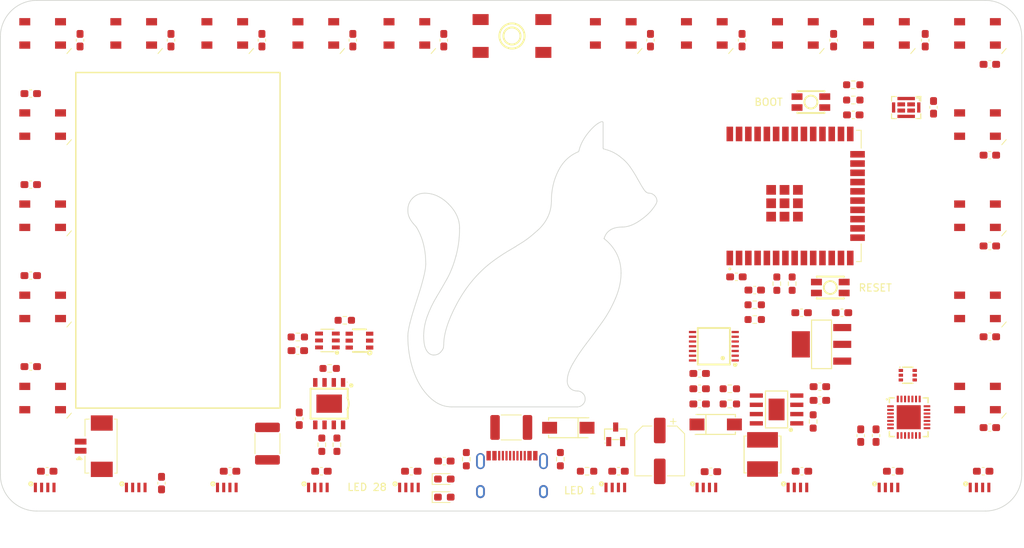
<source format=kicad_pcb>
(kicad_pcb (version 20211014) (generator pcbnew)
  (layers (0 "F.Cu" signal) (31 "B.Cu" signal) (34 "B.Paste" user) (35 "F.Paste" user) (36 "B.SilkS" user "B.Silkscreen") (37 "F.SilkS" user "F.Silkscreen") (38 "B.Mask" user) (39 "F.Mask" user) (44 "Edge.Cuts" user))
  (net 0 "")
  (net 1 "GND")
  (net 2 "+3V3")
  (net 3 "+5V")
  (net 4 "RESET")
  (net 5 "IO0")
  (net 6 "USB-C 5V")
  (net 7 "Net-(R1-Pad1)")
  (net 8 "LED1 DATA OUT")
  (net 9 "USB-C CC1")
  (net 10 "USB-C CC2")
  (net 11 "Net-(R4-Pad1)")
  (net 12 "Net-(R5-Pad1)")
  (net 13 "IO33{slash}MAINBUTTON")
  (net 14 "IO16{slash}LED1")
  (net 15 "Net-(C12-Pad1)")
  (net 16 "+BATT")
  (net 17 "-BATT")
  (net 18 "IO32{slash}SD")
  (net 19 "Net-(D1-Pad1)")
  (net 20 "Net-(D2-Pad1)")
  (net 21 "IO14{slash}SCK")
  (net 22 "Net-(F1-Pad1)")
  (net 23 "Net-(F2-Pad2)")
  (net 30 "IO15{slash}WS")
  (net 31 "Net-(L1-Pad2)")
  (net 32 "I34{slash}BATTVOLT")
  (net 33 "Net-(R10-Pad1)")
  (net 34 "Net-(R11-Pad1)")
  (net 35 "Net-(R12-Pad2)")
  (net 36 "Net-(R13-Pad2)")
  (net 38 "Net-(R14-Pad1)")
  (net 39 "RXD0")
  (net 40 "TXD0")
  (net 41 "Net-(R15-Pad1)")
  (net 42 "Net-(R16-Pad2)")
  (net 47 "USB-C DATA+")
  (net 48 "USB-C DATA-")
  (net 49 "RTS")
  (net 50 "DTR")
  (net 73 "Net-(D3-Pad3)")
  (net 74 "Net-(D5-Pad1)")
  (net 75 "Net-(D5-Pad3)")
  (net 76 "Net-(D6-Pad3)")
  (net 77 "Net-(D8-Pad4)")
  (net 78 "Net-(D8-Pad2)")
  (net 79 "Net-(D10-Pad4)")
  (net 80 "Net-(D10-Pad2)")
  (net 81 "Net-(D12-Pad4)")
  (net 82 "Net-(D12-Pad2)")
  (net 83 "Net-(D14-Pad4)")
  (net 84 "Net-(D14-Pad2)")
  (net 85 "Net-(D15-Pad2)")
  (net 86 "Net-(D16-Pad3)")
  (net 87 "Net-(D17-Pad2)")
  (net 88 "Net-(D18-Pad2)")
  (net 89 "Net-(D19-Pad2)")
  (net 90 "Net-(D20-Pad2)")
  (net 91 "Net-(D21-Pad2)")
  (net 92 "Net-(D23-Pad4)")
  (net 93 "Net-(D23-Pad2)")
  (net 94 "Net-(D25-Pad4)")
  (net 95 "Net-(D26-Pad1)")
  (net 96 "Net-(D26-Pad3)")
  (net 97 "Net-(D27-Pad3)")
  (net 98 "Net-(D29-Pad1)")
  (net 99 "Net-(D29-Pad3)")
  (net 118 "Net-(U11-Pad1)")
  (net 120 "Net-(U11-Pad3)")
  (footprint "Capacitor_SMD:C_0603_1608Metric_Pad1.08x0.95mm_HandSolder" (layer "F.Cu") (at 170.13 66.45 -90)
    (fp_text reference "C31" hide)
    (fp_text value "0.1uf")
    (pad "1" smd roundrect (at -0.8625 0 270) (size 1.075 0.95) (layers "F.Cu" "F.Paste" "F.Mask") (net 3 "+5V"))
    (pad "2" smd roundrect (at 0.8625 0 270) (size 1.075 0.95) (layers "F.Cu" "F.Paste" "F.Mask") (net 1 "GND"))
  )
  (footprint "footprint:LED-SMD_WS2812B-4020" (layer "F.Cu") (at 165.310798 128.608498 180)
    (fp_text reference "D3" hide)
    (fp_text value "WS2812B-4020")
    (pad "1" smd rect (at 1.274956 0.85 180) (size 0.41999 1.3) (layers "F.Cu" "F.Paste" "F.Mask") (net 8 "LED1 DATA OUT"))
    (pad "2" smd rect (at 0.42507 0.85) (size 0.41999 1.3) (layers "F.Cu" "F.Paste" "F.Mask") (net 3 "+5V"))
    (pad "3" smd rect (at -0.42507 0.85) (size 0.41999 1.3) (layers "F.Cu" "F.Paste" "F.Mask") (net 73 "Net-(D3-Pad3)"))
    (pad "4" smd rect (at -1.274956 0.85) (size 0.41999 1.3) (layers "F.Cu" "F.Paste" "F.Mask") (net 1 "GND"))
  )
  (footprint "footprint:WIFI-SMD_ESP32-WROOM-32E" (layer "F.Cu") (at 187.19815 88.5572 90)
    (fp_text reference "U4" hide)
    (fp_text value "ESP32-WROOM-32E")
    (pad "1" smd rect (at -7.7449 -6.1933 90) (size 2 0.9) (layers "F.Cu" "F.Paste" "F.Mask") (net 1 "GND"))
    (pad "2" smd rect (at -7.7449 -4.9233 90) (size 2 0.9) (layers "F.Cu" "F.Paste" "F.Mask") (net 2 "+3V3"))
    (pad "3" smd rect (at -7.7449 -3.6533 90) (size 2 0.9) (layers "F.Cu" "F.Paste" "F.Mask") (net 4 "RESET"))
    (pad "4" smd rect (at -7.7449 -2.3833 90) (size 2 0.9) (layers "F.Cu" "F.Paste" "F.Mask"))
    (pad "5" smd rect (at -7.7449 -1.1133 90) (size 2 0.9) (layers "F.Cu" "F.Paste" "F.Mask"))
    (pad "6" smd rect (at -7.7449 0.1567 90) (size 2 0.9) (layers "F.Cu" "F.Paste" "F.Mask") (net 32 "I34{slash}BATTVOLT"))
    (pad "7" smd rect (at -7.7449 1.4267 90) (size 2 0.9) (layers "F.Cu" "F.Paste" "F.Mask"))
    (pad "8" smd rect (at -7.7449 2.6967 90) (size 2 0.9) (layers "F.Cu" "F.Paste" "F.Mask") (net 18 "IO32{slash}SD"))
    (pad "9" smd rect (at -7.7449 3.9667 90) (size 2 0.9) (layers "F.Cu" "F.Paste" "F.Mask") (net 13 "IO33{slash}MAINBUTTON"))
    (pad "10" smd rect (at -7.7449 5.2367 90) (size 2 0.9) (layers "F.Cu" "F.Paste" "F.Mask"))
    (pad "11" smd rect (at -7.7449 6.5067 90) (size 2 0.9) (layers "F.Cu" "F.Paste" "F.Mask"))
    (pad "12" smd rect (at -7.7449 7.7767 90) (size 2 0.9) (layers "F.Cu" "F.Paste" "F.Mask"))
    (pad "13" smd rect (at -7.7449 9.0467 90) (size 2 0.9) (layers "F.Cu" "F.Paste" "F.Mask") (net 21 "IO14{slash}SCK"))
    (pad "14" smd rect (at -7.7449 10.3167 90) (size 2 0.9) (layers "F.Cu" "F.Paste" "F.Mask"))
    (pad "15" smd rect (at -4.9599 11.3167 90) (size 0.9 2) (layers "F.Cu" "F.Paste" "F.Mask") (net 1 "GND"))
    (pad "16" smd rect (at -3.6899 11.3167 90) (size 0.9 2) (layers "F.Cu" "F.Paste" "F.Mask"))
    (pad "17" smd rect (at -2.4199 11.3167 90) (size 0.9 2) (layers "F.Cu" "F.Paste" "F.Mask"))
    (pad "18" smd rect (at -1.1499 11.3167 90) (size 0.9 2) (layers "F.Cu" "F.Paste" "F.Mask"))
    (pad "19" smd rect (at 0.1201 11.3167 90) (size 0.9 2) (layers "F.Cu" "F.Paste" "F.Mask"))
    (pad "20" smd rect (at 1.3901 11.3167 90) (size 0.9 2) (layers "F.Cu" "F.Paste" "F.Mask"))
    (pad "21" smd rect (at 2.6601 11.3167 90) (size 0.9 2) (layers "F.Cu" "F.Paste" "F.Mask"))
    (pad "22" smd rect (at 3.9301 11.3167 90) (size 0.9 2) (layers "F.Cu" "F.Paste" "F.Mask"))
    (pad "23" smd rect (at 5.2001 11.3167 90) (size 0.9 2) (layers "F.Cu" "F.Paste" "F.Mask") (net 30 "IO15{slash}WS"))
    (pad "24" smd rect (at 6.4701 11.3167 90) (size 0.9 2) (layers "F.Cu" "F.Paste" "F.Mask"))
    (pad "25" smd rect (at 9.2551 10.3167 90) (size 2 0.9) (layers "F.Cu" "F.Paste" "F.Mask") (net 5 "IO0"))
    (pad "26" smd rect (at 9.2551 9.0467 90) (size 2 0.9) (layers "F.Cu" "F.Paste" "F.Mask"))
    (pad "27" smd rect (at 9.2551 7.7767 90) (size 2 0.9) (layers "F.Cu" "F.Paste" "F.Mask") (net 14 "IO16{slash}LED1"))
    (pad "28" smd rect (at 9.2551 6.5067 90) (size 2 0.9) (layers "F.Cu" "F.Paste" "F.Mask"))
    (pad "29" smd rect (at 9.2551 5.2367 90) (size 2 0.9) (layers "F.Cu" "F.Paste" "F.Mask"))
    (pad "30" smd rect (at 9.2551 3.9667 90) (size 2 0.9) (layers "F.Cu" "F.Paste" "F.Mask"))
    (pad "31" smd rect (at 9.2551 2.6967 90) (size 2 0.9) (layers "F.Cu" "F.Paste" "F.Mask"))
    (pad "32" smd rect (at 9.2551 1.4267 90) (size 2 0.9) (layers "F.Cu" "F.Paste" "F.Mask"))
    (pad "33" smd rect (at 9.2551 0.1567 90) (size 2 0.9) (layers "F.Cu" "F.Paste" "F.Mask"))
    (pad "34" smd rect (at 9.2551 -1.1133 90) (size 2 0.9) (layers "F.Cu" "F.Paste" "F.Mask") (net 39 "RXD0"))
    (pad "35" smd rect (at 9.2551 -2.3833 90) (size 2 0.9) (layers "F.Cu" "F.Paste" "F.Mask") (net 40 "TXD0"))
    (pad "36" smd rect (at 9.2551 -3.6533 90) (size 2 0.9) (layers "F.Cu" "F.Paste" "F.Mask"))
    (pad "37" smd rect (at 9.2551 -4.9233 90) (size 2 0.9) (layers "F.Cu" "F.Paste" "F.Mask"))
    (pad "38" smd rect (at 9.2551 -6.1933 90) (size 2 0.9) (layers "F.Cu" "F.Paste" "F.Mask") (net 1 "GND"))
    (pad "39" smd rect (at -2.0799 3.1417 90) (size 1.33 1.33) (layers "F.Cu" "F.Paste" "F.Mask") (net 1 "GND"))
    (pad "39" smd rect (at -2.0799 1.3067 90) (size 1.33 1.33) (layers "F.Cu" "F.Paste" "F.Mask") (net 1 "GND"))
    (pad "39" smd rect (at -0.2449 1.3067 90) (size 1.33 1.33) (layers "F.Cu" "F.Paste" "F.Mask") (net 1 "GND"))
    (pad "39" smd rect (at 1.5901 1.3067 90) (size 1.33 1.33) (layers "F.Cu" "F.Paste" "F.Mask") (net 1 "GND"))
    (pad "39" smd rect (at -0.2449 3.1417 90) (size 1.33 1.33) (layers "F.Cu" "F.Paste" "F.Mask") (net 1 "GND"))
    (pad "39" smd rect (at -0.2449 -0.5283 90) (size 1.33 1.33) (layers "F.Cu" "F.Paste" "F.Mask") (net 1 "GND"))
    (pad "39" smd rect (at -2.0799 -0.5283 90) (size 1.33 1.33) (layers "F.Cu" "F.Paste" "F.Mask") (net 1 "GND"))
    (pad "39" smd rect (at 1.5901 3.1417 90) (size 1.33 1.33) (layers "F.Cu" "F.Paste" "F.Mask") (net 1 "GND"))
    (pad "39" smd rect (at 1.5901 -0.5283 90) (size 1.33 1.33) (layers "F.Cu" "F.Paste" "F.Mask") (net 1 "GND"))
  )
  (footprint "Resistor_SMD:R_0603_1608Metric_Pad0.98x0.95mm_HandSolder" (layer "F.Cu") (at 126.16 111.44 180)
    (fp_text reference "R14" hide)
    (fp_text value "4K")
    (pad "1" smd roundrect (at -0.9125 0 180) (size 0.975 0.95) (layers "F.Cu" "F.Paste" "F.Mask") (net 38 "Net-(R14-Pad1)"))
    (pad "2" smd roundrect (at 0.9125 0 180) (size 0.975 0.95) (layers "F.Cu" "F.Paste" "F.Mask") (net 1 "GND"))
  )
  (footprint "LED_SMD:LED_WS2812B_PLCC4_5.0x5.0mm_P3.2mm" (layer "F.Cu") (at 136.7411 65.52)
    (fp_text reference "D17" hide)
    (fp_text value "WS2812B")
    (pad "1" smd rect (at -2.45 -1.6) (size 1.5 1) (layers "F.Cu" "F.Paste" "F.Mask") (net 3 "+5V"))
    (pad "2" smd rect (at -2.45 1.6) (size 1.5 1) (layers "F.Cu" "F.Paste" "F.Mask") (net 87 "Net-(D17-Pad2)"))
    (pad "3" smd rect (at 2.45 1.6) (size 1.5 1) (layers "F.Cu" "F.Paste" "F.Mask") (net 1 "GND"))
    (pad "4" smd rect (at 2.45 -1.6) (size 1.5 1) (layers "F.Cu" "F.Paste" "F.Mask") (net 86 "Net-(D16-Pad3)"))
  )
  (footprint "LED_SMD:LED_WS2812B_PLCC4_5.0x5.0mm_P3.2mm" (layer "F.Cu") (at 214.9557 65.52)
    (fp_text reference "D12" hide)
    (fp_text value "WS2812B")
    (pad "1" smd rect (at -2.45 -1.6) (size 1.5 1) (layers "F.Cu" "F.Paste" "F.Mask") (net 3 "+5V"))
    (pad "2" smd rect (at -2.45 1.6) (size 1.5 1) (layers "F.Cu" "F.Paste" "F.Mask") (net 82 "Net-(D12-Pad2)"))
    (pad "3" smd rect (at 2.45 1.6) (size 1.5 1) (layers "F.Cu" "F.Paste" "F.Mask") (net 1 "GND"))
    (pad "4" smd rect (at 2.45 -1.6) (size 1.5 1) (layers "F.Cu" "F.Paste" "F.Mask") (net 81 "Net-(D12-Pad4)"))
  )
  (footprint "Capacitor_SMD:C_0603_1608Metric_Pad1.08x0.95mm_HandSolder" (layer "F.Cu") (at 193.35 113.94)
    (fp_text reference "C13" hide)
    (fp_text value "22uF")
    (pad "1" smd roundrect (at -0.8625 0) (size 1.075 0.95) (layers "F.Cu" "F.Paste" "F.Mask") (net 15 "Net-(C12-Pad1)"))
    (pad "2" smd roundrect (at 0.8625 0) (size 1.075 0.95) (layers "F.Cu" "F.Paste" "F.Mask") (net 1 "GND"))
  )
  (footprint "Fuse:Fuse_1812_4532Metric_Pad1.30x3.40mm_HandSolder" (layer "F.Cu") (at 117.63 121.75 -90)
    (fp_text reference "F2" hide)
    (fp_text value "BSMD1812-300-16V")
    (pad "1" smd roundrect (at -2.225 0 270) (size 1.3 3.4) (layers "F.Cu" "F.Paste" "F.Mask") (roundrect_rratio 0.1923076923) (net 16 "+BATT"))
    (pad "2" smd roundrect (at 2.225 0 270) (size 1.3 3.4) (layers "F.Cu" "F.Paste" "F.Mask") (roundrect_rratio 0.1923076923) (net 23 "Net-(F2-Pad2)"))
  )
  (footprint "LED_SMD:LED_WS2812B_PLCC4_5.0x5.0mm_P3.2mm" (layer "F.Cu") (at 177.5124 65.52)
    (fp_text reference "D15" hide)
    (fp_text value "WS2812B")
    (pad "1" smd rect (at -2.45 -1.6) (size 1.5 1) (layers "F.Cu" "F.Paste" "F.Mask") (net 3 "+5V"))
    (pad "2" smd rect (at -2.45 1.6) (size 1.5 1) (layers "F.Cu" "F.Paste" "F.Mask") (net 85 "Net-(D15-Pad2)"))
    (pad "3" smd rect (at 2.45 1.6) (size 1.5 1) (layers "F.Cu" "F.Paste" "F.Mask") (net 1 "GND"))
    (pad "4" smd rect (at 2.45 -1.6) (size 1.5 1) (layers "F.Cu" "F.Paste" "F.Mask") (net 84 "Net-(D14-Pad2)"))
  )
  (footprint "Fuse:Fuse_1812_4532Metric_Pad1.30x3.40mm_HandSolder" (layer "F.Cu") (at 151.05 119.53)
    (fp_text reference "F1" hide)
    (fp_text value "BSMD1812-300-16V")
    (pad "1" smd roundrect (at -2.225 0) (size 1.3 3.4) (layers "F.Cu" "F.Paste" "F.Mask") (roundrect_rratio 0.1923076923) (net 22 "Net-(F1-Pad1)"))
    (pad "2" smd roundrect (at 2.225 0) (size 1.3 3.4) (layers "F.Cu" "F.Paste" "F.Mask") (roundrect_rratio 0.1923076923) (net 6 "USB-C 5V"))
  )
  (footprint "LED_SMD:LED_WS2812B_PLCC4_5.0x5.0mm_P3.2mm" (layer "F.Cu") (at 214.9557 115.5)
    (fp_text reference "D8" hide)
    (fp_text value "WS2812B")
    (pad "1" smd rect (at -2.45 -1.6) (size 1.5 1) (layers "F.Cu" "F.Paste" "F.Mask") (net 3 "+5V"))
    (pad "2" smd rect (at -2.45 1.6) (size 1.5 1) (layers "F.Cu" "F.Paste" "F.Mask") (net 78 "Net-(D8-Pad2)"))
    (pad "3" smd rect (at 2.45 1.6) (size 1.5 1) (layers "F.Cu" "F.Paste" "F.Mask") (net 1 "GND"))
    (pad "4" smd rect (at 2.45 -1.6) (size 1.5 1) (layers "F.Cu" "F.Paste" "F.Mask") (net 77 "Net-(D8-Pad4)"))
  )
  (footprint "footprint:LED-SMD_WS2812B-4020" (layer "F.Cu") (at 99.577298 128.608498 180)
    (fp_text reference "D27" hide)
    (fp_text value "WS2812B-4020")
    (pad "1" smd rect (at 1.274956 0.85 180) (size 0.41999 1.3) (layers "F.Cu" "F.Paste" "F.Mask") (net 96 "Net-(D26-Pad3)"))
    (pad "2" smd rect (at 0.42507 0.85) (size 0.41999 1.3) (layers "F.Cu" "F.Paste" "F.Mask") (net 3 "+5V"))
    (pad "3" smd rect (at -0.42507 0.85) (size 0.41999 1.3) (layers "F.Cu" "F.Paste" "F.Mask") (net 97 "Net-(D27-Pad3)"))
    (pad "4" smd rect (at -1.274956 0.85) (size 0.41999 1.3) (layers "F.Cu" "F.Paste" "F.Mask") (net 1 "GND"))
  )
  (footprint "Capacitor_SMD:C_0603_1608Metric_Pad1.08x0.95mm_HandSolder" (layer "F.Cu") (at 165.75 125.53)
    (fp_text reference "C18" hide)
    (fp_text value "0.1uf")
    (pad "1" smd roundrect (at -0.8625 0) (size 1.075 0.95) (layers "F.Cu" "F.Paste" "F.Mask") (net 3 "+5V"))
    (pad "2" smd roundrect (at 0.8625 0) (size 1.075 0.95) (layers "F.Cu" "F.Paste" "F.Mask") (net 1 "GND"))
  )
  (footprint "LED_SMD:LED_WS2812B_PLCC4_5.0x5.0mm_P3.2mm" (layer "F.Cu") (at 124.26 65.52)
    (fp_text reference "D18" hide)
    (fp_text value "WS2812B")
    (pad "1" smd rect (at -2.45 -1.6) (size 1.5 1) (layers "F.Cu" "F.Paste" "F.Mask") (net 3 "+5V"))
    (pad "2" smd rect (at -2.45 1.6) (size 1.5 1) (layers "F.Cu" "F.Paste" "F.Mask") (net 88 "Net-(D18-Pad2)"))
    (pad "3" smd rect (at 2.45 1.6) (size 1.5 1) (layers "F.Cu" "F.Paste" "F.Mask") (net 1 "GND"))
    (pad "4" smd rect (at 2.45 -1.6) (size 1.5 1) (layers "F.Cu" "F.Paste" "F.Mask") (net 87 "Net-(D17-Pad2)"))
  )
  (footprint "Resistor_SMD:R_0603_1608Metric_Pad0.98x0.95mm_HandSolder" (layer "F.Cu") (at 144.89 123.88 -90)
    (fp_text reference "R2" hide)
    (fp_text value "5.1K 1%")
    (pad "1" smd roundrect (at -0.9125 0 270) (size 0.975 0.95) (layers "F.Cu" "F.Paste" "F.Mask") (net 1 "GND"))
    (pad "2" smd roundrect (at 0.9125 0 270) (size 0.975 0.95) (layers "F.Cu" "F.Paste" "F.Mask") (net 9 "USB-C CC1"))
  )
  (footprint "Capacitor_SMD:C_0603_1608Metric_Pad1.08x0.95mm_HandSolder" (layer "F.Cu") (at 190.8475 103.8 180)
    (fp_text reference "C7" hide)
    (fp_text value "10uF")
    (pad "1" smd roundrect (at -0.8625 0 180) (size 1.075 0.95) (layers "F.Cu" "F.Paste" "F.Mask") (net 1 "GND"))
    (pad "2" smd roundrect (at 0.8625 0 180) (size 1.075 0.95) (layers "F.Cu" "F.Paste" "F.Mask") (net 2 "+3V3"))
  )
  (footprint "LED_SMD:LED_WS2812B_PLCC4_5.0x5.0mm_P3.2mm" (layer "F.Cu") (at 99.2978 65.52)
    (fp_text reference "D20" hide)
    (fp_text value "WS2812B")
    (pad "1" smd rect (at -2.45 -1.6) (size 1.5 1) (layers "F.Cu" "F.Paste" "F.Mask") (net 3 "+5V"))
    (pad "2" smd rect (at -2.45 1.6) (size 1.5 1) (layers "F.Cu" "F.Paste" "F.Mask") (net 90 "Net-(D20-Pad2)"))
    (pad "3" smd rect (at 2.45 1.6) (size 1.5 1) (layers "F.Cu" "F.Paste" "F.Mask") (net 1 "GND"))
    (pad "4" smd rect (at 2.45 -1.6) (size 1.5 1) (layers "F.Cu" "F.Paste" "F.Mask") (net 89 "Net-(D19-Pad2)"))
  )
  (footprint "Capacitor_SMD:C_0603_1608Metric_Pad1.08x0.95mm_HandSolder" (layer "F.Cu") (at 85.1825 73.77)
    (fp_text reference "C37" hide)
    (fp_text value "0.1uf")
    (pad "1" smd roundrect (at -0.8625 0) (size 1.075 0.95) (layers "F.Cu" "F.Paste" "F.Mask") (net 3 "+5V"))
    (pad "2" smd roundrect (at 0.8625 0) (size 1.075 0.95) (layers "F.Cu" "F.Paste" "F.Mask") (net 1 "GND"))
  )
  (footprint "LED_SMD:LED_WS2812B_PLCC4_5.0x5.0mm_P3.2mm" (layer "F.Cu") (at 202.4746 65.52)
    (fp_text reference "D13" hide)
    (fp_text value "WS2812B")
    (pad "1" smd rect (at -2.45 -1.6) (size 1.5 1) (layers "F.Cu" "F.Paste" "F.Mask") (net 3 "+5V"))
    (pad "2" smd rect (at -2.45 1.6) (size 1.5 1) (layers "F.Cu" "F.Paste" "F.Mask") (net 83 "Net-(D14-Pad4)"))
    (pad "3" smd rect (at 2.45 1.6) (size 1.5 1) (layers "F.Cu" "F.Paste" "F.Mask") (net 1 "GND"))
    (pad "4" smd rect (at 2.45 -1.6) (size 1.5 1) (layers "F.Cu" "F.Paste" "F.Mask") (net 82 "Net-(D12-Pad2)"))
  )
  (footprint "footprint:QFN-28_L5.0-W5.0-P0.50-BL-EP" (layer "F.Cu") (at 205.53 118.13 -90)
    (fp_text reference "U7" hide)
    (fp_text value "CP2102-GMR")
    (pad "1" smd rect (at -1.501067 2.499949 90) (size 0.28001 0.9) (layers "F.Cu" "F.Paste" "F.Mask"))
    (pad "2" smd rect (at -1.000686 2.499949 90) (size 0.28001 0.9) (layers "F.Cu" "F.Paste" "F.Mask"))
    (pad "3" smd rect (at -0.500305 2.499949 90) (size 0.28001 0.9) (layers "F.Cu" "F.Paste" "F.Mask") (net 1 "GND"))
    (pad "4" smd rect (at 0.000076 2.499949 90) (size 0.28001 0.9) (layers "F.Cu" "F.Paste" "F.Mask") (net 47 "USB-C DATA+"))
    (pad "5" smd rect (at 0.500457 2.499949 90) (size 0.28001 0.9) (layers "F.Cu" "F.Paste" "F.Mask") (net 48 "USB-C DATA-"))
    (pad "6" smd rect (at 1.000838 2.499949 90) (size 0.28001 0.9) (layers "F.Cu" "F.Paste" "F.Mask") (net 2 "+3V3"))
    (pad "7" smd rect (at 1.501219 2.499949 90) (size 0.28001 0.9) (layers "F.Cu" "F.Paste" "F.Mask") (net 2 "+3V3"))
    (pad "8" smd rect (at 2.500203 1.501219) (size 0.28001 0.9) (layers "F.Cu" "F.Paste" "F.Mask") (net 6 "USB-C 5V"))
    (pad "9" smd rect (at 2.500203 1.000838) (size 0.28001 0.9) (layers "F.Cu" "F.Paste" "F.Mask"))
    (pad "10" smd rect (at 2.500203 0.500457) (size 0.28001 0.9) (layers "F.Cu" "F.Paste" "F.Mask"))
    (pad "11" smd rect (at 2.500203 0.000076) (size 0.28001 0.9) (layers "F.Cu" "F.Paste" "F.Mask"))
    (pad "12" smd rect (at 2.500203 -0.500305) (size 0.28001 0.9) (layers "F.Cu" "F.Paste" "F.Mask"))
    (pad "13" smd rect (at 2.500203 -1.000686) (size 0.28001 0.9) (layers "F.Cu" "F.Paste" "F.Mask"))
    (pad "14" smd rect (at 2.500203 -1.501067) (size 0.28001 0.9) (layers "F.Cu" "F.Paste" "F.Mask"))
    (pad "15" smd rect (at 1.501219 -2.500051 90) (size 0.28001 0.9) (layers "F.Cu" "F.Paste" "F.Mask"))
    (pad "16" smd rect (at 1.000838 -2.500051 90) (size 0.28001 0.9) (layers "F.Cu" "F.Paste" "F.Mask"))
    (pad "17" smd rect (at 0.500457 -2.500051 90) (size 0.28001 0.9) (layers "F.Cu" "F.Paste" "F.Mask"))
    (pad "18" smd rect (at 0.000076 -2.500051 90) (size 0.28001 0.9) (layers "F.Cu" "F.Paste" "F.Mask"))
    (pad "19" smd rect (at -0.500305 -2.500051 90) (size 0.28001 0.9) (layers "F.Cu" "F.Paste" "F.Mask"))
    (pad "20" smd rect (at -1.000686 -2.500051 90) (size 0.28001 0.9) (layers "F.Cu" "F.Paste" "F.Mask"))
    (pad "21" smd rect (at -1.501067 -2.500051 90) (size 0.28001 0.9) (layers "F.Cu" "F.Paste" "F.Mask"))
    (pad "22" smd rect (at -2.499797 -1.501067) (size 0.28001 0.9) (layers "F.Cu" "F.Paste" "F.Mask"))
    (pad "23" smd rect (at -2.499797 -1.000686) (size 0.28001 0.9) (layers "F.Cu" "F.Paste" "F.Mask"))
    (pad "24" smd rect (at -2.499797 -0.500305) (size 0.28001 0.9) (layers "F.Cu" "F.Paste" "F.Mask") (net 49 "RTS"))
    (pad "25" smd rect (at -2.499797 0.000076) (size 0.28001 0.9) (layers "F.Cu" "F.Paste" "F.Mask") (net 40 "TXD0"))
    (pad "26" smd rect (at -2.499797 0.500457) (size 0.28001 0.9) (layers "F.Cu" "F.Paste" "F.Mask") (net 39 "RXD0"))
    (pad "27" smd rect (at -2.499797 1.000838) (size 0.28001 0.9) (layers "F.Cu" "F.Paste" "F.Mask"))
    (pad "28" smd rect (at -2.499797 1.501219) (size 0.28001 0.9) (layers "F.Cu" "F.Paste" "F.Mask") (net 50 "DTR"))
    (pad "29" smd rect (at 0.000076 0.000076) (size 3.3 3.3) (layers "F.Cu" "F.Paste" "F.Mask") (net 1 "GND"))
  )
  (footprint "Capacitor_SMD:CP_Elec_6.3x5.4" (layer "F.Cu") (at 171.4 122.75 -90)
    (fp_text reference "C3" hide)
    (fp_text value "220uF 10V")
    (pad "1" smd roundrect (at -2.8 0 270) (size 3.5 1.6) (layers "F.Cu" "F.Paste" "F.Mask") (roundrect_rratio 0.15625) (net 3 "+5V"))
    (pad "2" smd roundrect (at 2.8 0 270) (size 3.5 1.6) (layers "F.Cu" "F.Paste" "F.Mask") (roundrect_rratio 0.15625) (net 1 "GND"))
  )
  (footprint "LED_SMD:LED_WS2812B_PLCC4_5.0x5.0mm_P3.2mm" (layer "F.Cu") (at 214.9557 90.51)
    (fp_text reference "D10" hide)
    (fp_text value "WS2812B")
    (pad "1" smd rect (at -2.45 -1.6) (size 1.5 1) (layers "F.Cu" "F.Paste" "F.Mask") (net 3 "+5V"))
    (pad "2" smd rect (at -2.45 1.6) (size 1.5 1) (layers "F.Cu" "F.Paste" "F.Mask") (net 80 "Net-(D10-Pad2)"))
    (pad "3" smd rect (at 2.45 1.6) (size 1.5 1) (layers "F.Cu" "F.Paste" "F.Mask") (net 1 "GND"))
    (pad "4" smd rect (at 2.45 -1.6) (size 1.5 1) (layers "F.Cu" "F.Paste" "F.Mask") (net 79 "Net-(D10-Pad4)"))
  )
  (footprint "Capacitor_SMD:C_0603_1608Metric_Pad1.08x0.95mm_HandSolder" (layer "F.Cu") (at 85.1825 98.716666)
    (fp_text reference "C39" hide)
    (fp_text value "0.1uf")
    (pad "1" smd roundrect (at -0.8625 0) (size 1.075 0.95) (layers "F.Cu" "F.Paste" "F.Mask") (net 3 "+5V"))
    (pad "2" smd roundrect (at 0.8625 0) (size 1.075 0.95) (layers "F.Cu" "F.Paste" "F.Mask") (net 1 "GND"))
  )
  (footprint "Capacitor_SMD:C_0603_1608Metric_Pad1.08x0.95mm_HandSolder" (layer "F.Cu") (at 137.3475 125.53)
    (fp_text reference "C45" hide)
    (fp_text value "0.1uf")
    (pad "1" smd roundrect (at -0.8625 0) (size 1.075 0.95) (layers "F.Cu" "F.Paste" "F.Mask") (net 3 "+5V"))
    (pad "2" smd roundrect (at 0.8625 0) (size 1.075 0.95) (layers "F.Cu" "F.Paste" "F.Mask") (net 1 "GND"))
  )
  (footprint "footprint:ESOP-8_L4.9-W3.9-P1.27-LS6.0-BL-EP" (layer "F.Cu") (at 126.09 116.27 180)
    (fp_text reference "U10" hide)
    (fp_text value "TP4056")
    (pad "1" smd rect locked (at -1.905004 2.908306 180) (size 0.6 1.2) (layers "F.Cu" "F.Paste" "F.Mask") (net 1 "GND"))
    (pad "2" smd rect locked (at -0.635001 2.908306 180) (size 0.6 1.2) (layers "F.Cu" "F.Paste" "F.Mask") (net 38 "Net-(R14-Pad1)"))
    (pad "3" smd rect locked (at 0.635001 2.908306 180) (size 0.6 1.2) (layers "F.Cu" "F.Paste" "F.Mask") (net 1 "GND"))
    (pad "4" smd rect locked (at 1.905004 2.908306 180) (size 0.6 1.2) (layers "F.Cu" "F.Paste" "F.Mask") (net 6 "USB-C 5V"))
    (pad "5" smd rect locked (at 1.905004 -2.908306 180) (size 0.6 1.2) (layers "F.Cu" "F.Paste" "F.Mask") (net 16 "+BATT"))
    (pad "6" smd rect locked (at 0.635001 -2.908306 180) (size 0.6 1.2) (layers "F.Cu" "F.Paste" "F.Mask") (net 33 "Net-(R10-Pad1)"))
    (pad "7" smd rect locked (at -0.635001 -2.908306 180) (size 0.6 1.2) (layers "F.Cu" "F.Paste" "F.Mask") (net 34 "Net-(R11-Pad1)"))
    (pad "8" smd rect locked (at -1.905004 -2.908306 180) (size 0.6 1.2) (layers "F.Cu" "F.Paste" "F.Mask") (net 6 "USB-C 5V"))
    (pad "9" smd rect locked (at 0 0) (size 3.499873 2.5) (layers "F.Cu" "F.Paste" "F.Mask") (net 1 "GND"))
  )
  (footprint "footprint:TSSOP-14_L5.0-W4.4-P0.65-LS6.5-BL" (layer "F.Cu") (at 178.82 108.4 90)
    (fp_text reference "U3" hide)
    (fp_text value "SN74AHCT32QPWRQ1")
    (pad "1" smd rect locked (at -1.949962 2.92507 90) (size 0.304801 0.990602) (layers "F.Cu" "F.Paste" "F.Mask") (net 14 "IO16{slash}LED1"))
    (pad "2" smd rect locked (at -1.299975 2.92507 90) (size 0.304801 0.990602) (layers "F.Cu" "F.Paste" "F.Mask") (net 1 "GND"))
    (pad "3" smd rect locked (at -0.649987 2.92507 90) (size 0.304801 0.990602) (layers "F.Cu" "F.Paste" "F.Mask") (net 7 "Net-(R1-Pad1)"))
    (pad "4" smd rect locked (at 0 2.92507 90) (size 0.304801 0.990602) (layers "F.Cu" "F.Paste" "F.Mask") (net 1 "GND"))
    (pad "5" smd rect locked (at 0.649987 2.92507 90) (size 0.304801 0.990602) (layers "F.Cu" "F.Paste" "F.Mask") (net 1 "GND"))
    (pad "6" smd rect locked (at 1.299975 2.92507 90) (size 0.304801 0.990602) (layers "F.Cu" "F.Paste" "F.Mask") (net 1 "GND"))
    (pad "7" smd rect locked (at 1.949962 2.92507 90) (size 0.304801 0.990602) (layers "F.Cu" "F.Paste" "F.Mask") (net 1 "GND"))
    (pad "8" smd rect locked (at 1.949962 -2.92507 90) (size 0.304801 0.990602) (layers "F.Cu" "F.Paste" "F.Mask") (net 1 "GND"))
    (pad "9" smd rect locked (at 1.299975 -2.92507 90) (size 0.304801 0.990602) (layers "F.Cu" "F.Paste" "F.Mask") (net 1 "GND"))
    (pad "10" smd rect locked (at 0.649987 -2.92507 90) (size 0.304801 0.990602) (layers "F.Cu" "F.Paste" "F.Mask") (net 1 "GND"))
    (pad "11" smd rect locked (at 0 -2.92507 90) (size 0.304801 0.990602) (layers "F.Cu" "F.Paste" "F.Mask") (net 1 "GND"))
    (pad "12" smd rect locked (at -0.649987 -2.92507 90) (size 0.304801 0.990602) (layers "F.Cu" "F.Paste" "F.Mask") (net 1 "GND"))
    (pad "13" smd rect locked (at -1.299975 -2.92507 90) (size 0.304801 0.990602) (layers "F.Cu" "F.Paste" "F.Mask") (net 1 "GND"))
    (pad "14" smd rect locked (at -1.949962 -2.92507 90) (size 0.304801 0.990602) (layers "F.Cu" "F.Paste" "F.Mask") (net 3 "+5V"))
  )
  (footprint "LED_SMD:LED_WS2812B_PLCC4_5.0x5.0mm_P3.2mm" (layer "F.Cu") (at 86.8167 103.005)
    (fp_text reference "D24" hide)
    (fp_text value "WS2812B")
    (pad "1" smd rect (at -2.45 -1.6) (size 1.5 1) (layers "F.Cu" "F.Paste" "F.Mask") (net 3 "+5V"))
    (pad "2" smd rect (at -2.45 1.6) (size 1.5 1) (layers "F.Cu" "F.Paste" "F.Mask") (net 94 "Net-(D25-Pad4)"))
    (pad "3" smd rect (at 2.45 1.6) (size 1.5 1) (layers "F.Cu" "F.Paste" "F.Mask") (net 1 "GND"))
    (pad "4" smd rect (at 2.45 -1.6) (size 1.5 1) (layers "F.Cu" "F.Paste" "F.Mask") (net 93 "Net-(D23-Pad2)"))
  )
  (footprint "Capacitor_SMD:C_0603_1608Metric_Pad1.08x0.95mm_HandSolder" (layer "F.Cu") (at 91.94 66.45 -90)
    (fp_text reference "C36" hide)
    (fp_text value "0.1uf")
    (pad "1" smd roundrect (at -0.8625 0 270) (size 1.075 0.95) (layers "F.Cu" "F.Paste" "F.Mask") (net 3 "+5V"))
    (pad "2" smd roundrect (at 0.8625 0 270) (size 1.075 0.95) (layers "F.Cu" "F.Paste" "F.Mask") (net 1 "GND"))
  )
  (footprint "Capacitor_SMD:C_0603_1608Metric_Pad1.08x0.95mm_HandSolder" (layer "F.Cu") (at 193.35 115.82)
    (fp_text reference "C12" hide)
    (fp_text value "22uF")
    (pad "1" smd roundrect (at -0.8625 0) (size 1.075 0.95) (layers "F.Cu" "F.Paste" "F.Mask") (net 15 "Net-(C12-Pad1)"))
    (pad "2" smd roundrect (at 0.8625 0) (size 1.075 0.95) (layers "F.Cu" "F.Paste" "F.Mask") (net 1 "GND"))
  )
  (footprint "Capacitor_SMD:C_0603_1608Metric_Pad1.08x0.95mm_HandSolder" (layer "F.Cu") (at 216.6475 69.76)
    (fp_text reference "C27" hide)
    (fp_text value "0.1uf")
    (pad "1" smd roundrect (at -0.8625 0) (size 1.075 0.95) (layers "F.Cu" "F.Paste" "F.Mask") (net 3 "+5V"))
    (pad "2" smd roundrect (at 0.8625 0) (size 1.075 0.95) (layers "F.Cu" "F.Paste" "F.Mask") (net 1 "GND"))
  )
  (footprint "Resistor_SMD:R_0603_1608Metric_Pad0.98x0.95mm_HandSolder" (layer "F.Cu") (at 127.15 121.9 -90)
    (fp_text reference "R11" hide)
    (fp_text value "1K")
    (pad "1" smd roundrect (at -0.9125 0 270) (size 0.975 0.95) (layers "F.Cu" "F.Paste" "F.Mask") (net 34 "Net-(R11-Pad1)"))
    (pad "2" smd roundrect (at 0.9125 0 270) (size 0.975 0.95) (layers "F.Cu" "F.Paste" "F.Mask") (net 20 "Net-(D2-Pad1)"))
  )
  (footprint "Resistor_SMD:R_0603_1608Metric_Pad0.98x0.95mm_HandSolder" (layer "F.Cu") (at 192.43 118.71 90)
    (fp_text reference "R12" hide)
    (fp_text value "33K")
    (pad "1" smd roundrect (at -0.9125 0 90) (size 0.975 0.95) (layers "F.Cu" "F.Paste" "F.Mask") (net 1 "GND"))
    (pad "2" smd roundrect (at 0.9125 0 90) (size 0.975 0.95) (layers "F.Cu" "F.Paste" "F.Mask") (net 35 "Net-(R12-Pad2)"))
  )
  (footprint "footprint:LED-SMD_WS2812B-4020" (layer "F.Cu") (at 177.791898 128.608498 180)
    (fp_text reference "D4" hide)
    (fp_text value "WS2812B-4020")
    (pad "1" smd rect (at 1.274956 0.85 180) (size 0.41999 1.3) (layers "F.Cu" "F.Paste" "F.Mask") (net 73 "Net-(D3-Pad3)"))
    (pad "2" smd rect (at 0.42507 0.85) (size 0.41999 1.3) (layers "F.Cu" "F.Paste" "F.Mask") (net 3 "+5V"))
    (pad "3" smd rect (at -0.42507 0.85) (size 0.41999 1.3) (layers "F.Cu" "F.Paste" "F.Mask") (net 74 "Net-(D5-Pad1)"))
    (pad "4" smd rect (at -1.274956 0.85) (size 0.41999 1.3) (layers "F.Cu" "F.Paste" "F.Mask") (net 1 "GND"))
  )
  (footprint "Capacitor_SMD:C_0603_1608Metric_Pad1.08x0.95mm_HandSolder" (layer "F.Cu") (at 178.42 125.59)
    (fp_text reference "C19" hide)
    (fp_text value "0.1uf")
    (pad "1" smd roundrect (at -0.8625 0) (size 1.075 0.95) (layers "F.Cu" "F.Paste" "F.Mask") (net 3 "+5V"))
    (pad "2" smd roundrect (at 0.8625 0) (size 1.075 0.95) (layers "F.Cu" "F.Paste" "F.Mask") (net 1 "GND"))
  )
  (footprint "Resistor_SMD:R_0603_1608Metric_Pad0.98x0.95mm_HandSolder" (layer "F.Cu") (at 181.01 114.23 180)
    (fp_text reference "R17" hide)
    (fp_text value "10K")
    (pad "1" smd roundrect (at -0.9125 0 180) (size 0.975 0.95) (layers "F.Cu" "F.Paste" "F.Mask") (net 42 "Net-(R16-Pad2)"))
    (pad "2" smd roundrect (at 0.9125 0 180) (size 0.975 0.95) (layers "F.Cu" "F.Paste" "F.Mask") (net 1 "GND"))
  )
  (footprint "footprint:SOT-223-4_L6.5-W3.5-P2.30-LS7.0-BR" (layer "F.Cu") (at 193.58 108.14)
    (fp_text reference "U18" hide)
    (fp_text value "BL1117-33CX")
    (pad "1" smd rect (at 2.8349 2.299975) (size 2.470003 0.98001) (layers "F.Cu" "F.Paste" "F.Mask") (net 1 "GND"))
    (pad "2" smd rect (at 2.8349 0) (size 2.470003 0.98001) (layers "F.Cu" "F.Paste" "F.Mask") (net 2 "+3V3"))
    (pad "3" smd rect (at 2.8349 -2.299975) (size 2.470003 0.98001) (layers "F.Cu" "F.Paste" "F.Mask") (net 3 "+5V"))
    (pad "4" smd rect (at -2.8349 0) (size 2.470003 3.6) (layers "F.Cu" "F.Paste" "F.Mask") (net 2 "+3V3"))
  )
  (footprint "Capacitor_SMD:C_0603_1608Metric_Pad1.08x0.95mm_HandSolder" (layer "F.Cu") (at 112.5 125.53)
    (fp_text reference "C43" hide)
    (fp_text value "0.1uf")
    (pad "1" smd roundrect (at -0.8625 0) (size 1.075 0.95) (layers "F.Cu" "F.Paste" "F.Mask") (net 3 "+5V"))
    (pad "2" smd roundrect (at 0.8625 0) (size 1.075 0.95) (layers "F.Cu" "F.Paste" "F.Mask") (net 1 "GND"))
  )
  (footprint "LED_SMD:LED_WS2812B_PLCC4_5.0x5.0mm_P3.2mm" (layer "F.Cu") (at 86.8167 90.51)
    (fp_text reference "D23" hide)
    (fp_text value "WS2812B")
    (pad "1" smd rect (at -2.45 -1.6) (size 1.5 1) (layers "F.Cu" "F.Paste" "F.Mask") (net 3 "+5V"))
    (pad "2" smd rect (at -2.45 1.6) (size 1.5 1) (layers "F.Cu" "F.Paste" "F.Mask") (net 93 "Net-(D23-Pad2)"))
    (pad "3" smd rect (at 2.45 1.6) (size 1.5 1) (layers "F.Cu" "F.Paste" "F.Mask") (net 1 "GND"))
    (pad "4" smd rect (at 2.45 -1.6) (size 1.5 1) (layers "F.Cu" "F.Paste" "F.Mask") (net 92 "Net-(D23-Pad4)"))
  )
  (footprint "Resistor_SMD:R_0603_1608Metric_Pad0.98x0.95mm_HandSolder" (layer "F.Cu") (at 181.01 116.31)
    (fp_text reference "R16" hide)
    (fp_text value "73K")
    (pad "1" smd roundrect (at -0.9125 0) (size 0.975 0.95) (layers "F.Cu" "F.Paste" "F.Mask") (net 3 "+5V"))
    (pad "2" smd roundrect (at 0.9125 0) (size 0.975 0.95) (layers "F.Cu" "F.Paste" "F.Mask") (net 42 "Net-(R16-Pad2)"))
  )
  (footprint "LED_SMD:LED_WS2812B_PLCC4_5.0x5.0mm_P3.2mm" (layer "F.Cu") (at 165.0313 65.52)
    (fp_text reference "D16" hide)
    (fp_text value "WS2812B")
    (pad "1" smd rect (at -2.45 -1.6) (size 1.5 1) (layers "F.Cu" "F.Paste" "F.Mask") (net 85 "Net-(D15-Pad2)"))
    (pad "2" smd rect (at -2.45 1.6) (size 1.5 1) (layers "F.Cu" "F.Paste" "F.Mask") (net 1 "GND"))
    (pad "3" smd rect (at 2.45 1.6) (size 1.5 1) (layers "F.Cu" "F.Paste" "F.Mask") (net 86 "Net-(D16-Pad3)"))
    (pad "4" smd rect (at 2.45 -1.6) (size 1.5 1) (layers "F.Cu" "F.Paste" "F.Mask") (net 3 "+5V"))
  )
  (footprint "Capacitor_SMD:C_0603_1608Metric_Pad1.08x0.95mm_HandSolder" (layer "F.Cu") (at 85.1825 86.243333)
    (fp_text reference "C38" hide)
    (fp_text value "0.1uf")
    (pad "1" smd roundrect (at -0.8625 0) (size 1.075 0.95) (layers "F.Cu" "F.Paste" "F.Mask") (net 3 "+5V"))
    (pad "2" smd roundrect (at 0.8625 0) (size 1.075 0.95) (layers "F.Cu" "F.Paste" "F.Mask") (net 1 "GND"))
  )
  (footprint "Capacitor_SMD:C_0603_1608Metric_Pad1.08x0.95mm_HandSolder" (layer "F.Cu") (at 85.1825 111.19)
    (fp_text reference "C40" hide)
    (fp_text value "0.1uf")
    (pad "1" smd roundrect (at -0.8625 0) (size 1.075 0.95) (layers "F.Cu" "F.Paste" "F.Mask") (net 3 "+5V"))
    (pad "2" smd roundrect (at 0.8625 0) (size 1.075 0.95) (layers "F.Cu" "F.Paste" "F.Mask") (net 1 "GND"))
  )
  (footprint "footprint:LED-SMD_WS2812B-4020" (layer "F.Cu") (at 215.235198 128.608498 180)
    (fp_text reference "D7" hide)
    (fp_text value "WS2812B-4020")
    (pad "1" smd rect (at 1.274956 0.85 180) (size 0.41999 1.3) (layers "F.Cu" "F.Paste" "F.Mask") (net 76 "Net-(D6-Pad3)"))
    (pad "2" smd rect (at 0.42507 0.85) (size 0.41999 1.3) (layers "F.Cu" "F.Paste" "F.Mask") (net 3 "+5V"))
    (pad "3" smd rect (at -0.42507 0.85) (size 0.41999 1.3) (layers "F.Cu" "F.Paste" "F.Mask") (net 77 "Net-(D8-Pad4)"))
    (pad "4" smd rect (at -1.274956 0.85) (size 0.41999 1.3) (layers "F.Cu" "F.Paste" "F.Mask") (net 1 "GND"))
  )
  (footprint "footprint:SW-SMD_4P-L3.7-W3.0-P1.50-LS4.7" (layer "F.Cu") (at 194.78 100.35)
    (fp_text reference "SW1" hide)
    (fp_text value "TS-1185EC-C-D-B")
    (pad "1" smd rect (at 1.899924 -0.750064) (size 1.5 0.9) (layers "F.Cu" "F.Paste" "F.Mask") (net 1 "GND"))
    (pad "1" smd rect (at -1.899924 -0.750064) (size 1.5 0.9) (layers "F.Cu" "F.Paste" "F.Mask") (net 1 "GND"))
    (pad "2" smd rect (at 1.899924 0.750064) (size 1.5 0.9) (layers "F.Cu" "F.Paste" "F.Mask") (net 11 "Net-(R4-Pad1)"))
    (pad "2" smd rect (at -1.899924 0.750064) (size 1.5 0.9) (layers "F.Cu" "F.Paste" "F.Mask") (net 11 "Net-(R4-Pad1)"))
  )
  (footprint "Resistor_SMD:R_0603_1608Metric_Pad0.98x0.95mm_HandSolder" (layer "F.Cu") (at 189.55 99.82 -90)
    (fp_text reference "R8" hide)
    (fp_text value "100K")
    (pad "1" smd roundrect (at -0.9125 0 270) (size 0.975 0.95) (layers "F.Cu" "F.Paste" "F.Mask") (net 32 "I34{slash}BATTVOLT"))
    (pad "2" smd roundrect (at 0.9125 0 270) (size 0.975 0.95) (layers "F.Cu" "F.Paste" "F.Mask") (net 16 "+BATT"))
  )
  (footprint "LED_SMD:LED_WS2812B_PLCC4_5.0x5.0mm_P3.2mm" (layer "F.Cu") (at 214.9557 103.005)
    (fp_text reference "D9" hide)
    (fp_text value "WS2812B")
    (pad "1" smd rect (at -2.45 -1.6) (size 1.5 1) (layers "F.Cu" "F.Paste" "F.Mask") (net 3 "+5V"))
    (pad "2" smd rect (at -2.45 1.6) (size 1.5 1) (layers "F.Cu" "F.Paste" "F.Mask") (net 79 "Net-(D10-Pad4)"))
    (pad "3" smd rect (at 2.45 1.6) (size 1.5 1) (layers "F.Cu" "F.Paste" "F.Mask") (net 1 "GND"))
    (pad "4" smd rect (at 2.45 -1.6) (size 1.5 1) (layers "F.Cu" "F.Paste" "F.Mask") (net 78 "Net-(D8-Pad2)"))
  )
  (footprint "Capacitor_SMD:C_0603_1608Metric_Pad1.08x0.95mm_HandSolder" (layer "F.Cu") (at 216.6475 107.1025)
    (fp_text reference "C24" hide)
    (fp_text value "0.1uf")
    (pad "1" smd roundrect (at -0.8625 0) (size 1.075 0.95) (layers "F.Cu" "F.Paste" "F.Mask") (net 3 "+5V"))
    (pad "2" smd roundrect (at 0.8625 0) (size 1.075 0.95) (layers "F.Cu" "F.Paste" "F.Mask") (net 1 "GND"))
  )
  (footprint "Capacitor_SMD:C_0603_1608Metric_Pad1.08x0.95mm_HandSolder" (layer "F.Cu") (at 176.87 114.23)
    (fp_text reference "C17" hide)
    (fp_text value "22uF")
    (pad "1" smd roundrect (at -0.8625 0) (size 1.075 0.95) (layers "F.Cu" "F.Paste" "F.Mask") (net 3 "+5V"))
    (pad "2" smd roundrect (at 0.8625 0) (size 1.075 0.95) (layers "F.Cu" "F.Paste" "F.Mask") (net 1 "GND"))
  )
  (footprint "Capacitor_SMD:C_0603_1608Metric_Pad1.08x0.95mm_HandSolder" (layer "F.Cu") (at 176.87 116.31)
    (fp_text reference "C16" hide)
    (fp_text value "22uF")
    (pad "1" smd roundrect (at -0.8625 0) (size 1.075 0.95) (layers "F.Cu" "F.Paste" "F.Mask") (net 3 "+5V"))
    (pad "2" smd roundrect (at 0.8625 0) (size 1.075 0.95) (layers "F.Cu" "F.Paste" "F.Mask") (net 1 "GND"))
  )
  (footprint "Capacitor_SMD:C_0603_1608Metric_Pad1.08x0.95mm_HandSolder" (layer "F.Cu") (at 141.8 66.45 -90)
    (fp_text reference "C32" hide)
    (fp_text value "0.1uf")
    (pad "1" smd roundrect (at -0.8625 0 270) (size 1.075 0.95) (layers "F.Cu" "F.Paste" "F.Mask") (net 3 "+5V"))
    (pad "2" smd roundrect (at 0.8625 0 270) (size 1.075 0.95) (layers "F.Cu" "F.Paste" "F.Mask") (net 1 "GND"))
  )
  (footprint "Capacitor_SMD:C_0603_1608Metric_Pad1.08x0.95mm_HandSolder" (layer "F.Cu") (at 121.99 118.34 90)
    (fp_text reference "C14" hide)
    (fp_text value "10uF")
    (pad "1" smd roundrect (at -0.8625 0 90) (size 1.075 0.95) (layers "F.Cu" "F.Paste" "F.Mask") (net 16 "+BATT"))
    (pad "2" smd roundrect (at 0.8625 0 90) (size 1.075 0.95) (layers "F.Cu" "F.Paste" "F.Mask") (net 1 "GND"))
  )
  (footprint "LED_SMD:LED_WS2812B_PLCC4_5.0x5.0mm_P3.2mm" (layer "F.Cu") (at 111.7789 65.52)
    (fp_text reference "D19" hide)
    (fp_text value "WS2812B")
    (pad "1" smd rect (at -2.45 -1.6) (size 1.5 1) (layers "F.Cu" "F.Paste" "F.Mask") (net 3 "+5V"))
    (pad "2" smd rect (at -2.45 1.6) (size 1.5 1) (layers "F.Cu" "F.Paste" "F.Mask") (net 89 "Net-(D19-Pad2)"))
    (pad "3" smd rect (at 2.45 1.6) (size 1.5 1) (layers "F.Cu" "F.Paste" "F.Mask") (net 1 "GND"))
    (pad "4" smd rect (at 2.45 -1.6) (size 1.5 1) (layers "F.Cu" "F.Paste" "F.Mask") (net 88 "Net-(D18-Pad2)"))
  )
  (footprint "Capacitor_SMD:C_0603_1608Metric_Pad1.08x0.95mm_HandSolder" (layer "F.Cu") (at 116.87 66.45 -90)
    (fp_text reference "C34" hide)
    (fp_text value "0.1uf")
    (pad "1" smd roundrect (at -0.8625 0 270) (size 1.075 0.95) (layers "F.Cu" "F.Paste" "F.Mask") (net 3 "+5V"))
    (pad "2" smd roundrect (at 0.8625 0 270) (size 1.075 0.95) (layers "F.Cu" "F.Paste" "F.Mask") (net 1 "GND"))
  )
  (footprint "Resistor_SMD:R_0603_1608Metric_Pad0.98x0.95mm_HandSolder" (layer "F.Cu") (at 187.45 99.82 90)
    (fp_text reference "R9" hide)
    (fp_text value "100K")
    (pad "1" smd roundrect (at -0.9125 0 90) (size 0.975 0.95) (layers "F.Cu" "F.Paste" "F.Mask") (net 17 "-BATT"))
    (pad "2" smd roundrect (at 0.9125 0 90) (size 0.975 0.95) (layers "F.Cu" "F.Paste" "F.Mask") (net 32 "I34{slash}BATTVOLT"))
  )
  (footprint "Capacitor_SMD:C_0603_1608Metric_Pad1.08x0.95mm_HandSolder" (layer "F.Cu") (at 190.8925 125.53)
    (fp_text reference "C20" hide)
    (fp_text value "0.1uf")
    (pad "1" smd roundrect (at -0.8625 0) (size 1.075 0.95) (layers "F.Cu" "F.Paste" "F.Mask") (net 3 "+5V"))
    (pad "2" smd roundrect (at 0.8625 0) (size 1.075 0.95) (layers "F.Cu" "F.Paste" "F.Mask") (net 1 "GND"))
  )
  (footprint "footprint:LED-SMD_WS2812B-4020" (layer "F.Cu") (at 112.058398 128.608498 180)
    (fp_text reference "D28" hide)
    (fp_text value "WS2812B-4020")
    (pad "1" smd rect (at 1.274956 0.85 180) (size 0.41999 1.3) (layers "F.Cu" "F.Paste" "F.Mask") (net 97 "Net-(D27-Pad3)"))
    (pad "2" smd rect (at 0.42507 0.85) (size 0.41999 1.3) (layers "F.Cu" "F.Paste" "F.Mask") (net 3 "+5V"))
    (pad "3" smd rect (at -0.42507 0.85) (size 0.41999 1.3) (layers "F.Cu" "F.Paste" "F.Mask") (net 98 "Net-(D29-Pad1)"))
    (pad "4" smd rect (at -1.274956 0.85) (size 0.41999 1.3) (layers "F.Cu" "F.Paste" "F.Mask") (net 1 "GND"))
  )
  (footprint "footprint:SC-70-6_L2.2-W1.3-P0.65-LS2.1-BR" (layer "F.Cu") (at 205.400859 112.37 180)
    (fp_text reference "U8" hide)
    (fp_text value "UMH3N")
    (pad "1" smd rect (at 0.949962 0.649987 270) (size 0.41999 0.6) (layers "F.Cu" "F.Paste" "F.Mask") (net 49 "RTS"))
    (pad "2" smd rect (at 0.949962 0 270) (size 0.41999 0.6) (layers "F.Cu" "F.Paste" "F.Mask") (net 50 "DTR"))
    (pad "3" smd rect (at 0.949962 -0.649987 270) (size 0.41999 0.6) (layers "F.Cu" "F.Paste" "F.Mask") (net 5 "IO0"))
    (pad "4" smd rect (at -0.949962 -0.649987 90) (size 0.41999 0.6) (layers "F.Cu" "F.Paste" "F.Mask") (net 50 "DTR"))
    (pad "5" smd rect (at -0.949962 0 90) (size 0.41999 0.6) (layers "F.Cu" "F.Paste" "F.Mask") (net 49 "RTS"))
    (pad "6" smd rect (at -0.949962 0.649987 90) (size 0.41999 0.6) (layers "F.Cu" "F.Paste" "F.Mask") (net 4 "RESET"))
  )
  (footprint "footprint:SMA_L4.4-W2.8-LS5.4-RD" (layer "F.Cu") (at 179.07 119.120001)
    (fp_text reference "U6" hide)
    (fp_text value "SS54")
    (pad "1" smd rect (at -2.565431 -0.000025) (size 2.04638 1.620015) (layers "F.Cu" "F.Paste" "F.Mask") (net 3 "+5V"))
    (pad "2" smd rect (at 2.56538 -0.000025) (size 2.04638 1.620015) (layers "F.Cu" "F.Paste" "F.Mask") (net 31 "Net-(L1-Pad2)"))
  )
  (footprint "footprint:USB-3.1-SMD_U262-161N-4BVC11" (layer "F.Cu") (at 151.0472 127.03)
    (fp_text reference "USB1" hide)
    (fp_text value "U262-161N-4BVC11")
    (pad "" np_thru_hole circle (at 2.990018 -2.387465) (size 0.700025 0.700025) (drill 0.700025) (layers *.Cu *.Mask))
    (pad "" np_thru_hole circle (at -2.790018 -2.387465) (size 0.700025 0.700025) (drill 0.700025) (layers *.Cu *.Mask))
    (pad "A1B12" smd rect (at -3.099898 -3.630036) (size 0.6 1.3) (layers "F.Cu" "F.Paste" "F.Mask") (net 1 "GND"))
    (pad "A4B9" smd rect (at -2.300051 -3.630036) (size 0.6 1.3) (layers "F.Cu" "F.Paste" "F.Mask") (net 22 "Net-(F1-Pad1)"))
    (pad "A5" smd rect (at -1.149936 -3.630036) (size 0.3 1.3) (layers "F.Cu" "F.Paste" "F.Mask") (net 9 "USB-C CC1"))
    (pad "A6" smd rect (at -0.149936 -3.630036) (size 0.3 1.3) (layers "F.Cu" "F.Paste" "F.Mask") (net 47 "USB-C DATA+"))
    (pad "A7" smd rect (at 0.349936 -3.630036) (size 0.3 1.3) (layers "F.Cu" "F.Paste" "F.Mask") (net 48 "USB-C DATA-"))
    (pad "A8" smd rect (at 1.349936 -3.630036) (size 0.3 1.3) (layers "F.Cu" "F.Paste" "F.Mask"))
    (pad "B1A12" smd rect (at 3.299898 -3.630036) (size 0.6 1.3) (layers "F.Cu" "F.Paste" "F.Mask") (net 1 "GND"))
    (pad "B4A9" smd rect (at 2.500051 -3.630036) (size 0.6 1.3) (layers "F.Cu" "F.Paste" "F.Mask") (net 22 "Net-(F1-Pad1)"))
    (pad "B5" smd rect (at 1.850064 -3.630036) (size 0.3 1.3) (layers "F.Cu" "F.Paste" "F.Mask") (net 10 "USB-C CC2"))
    (pad "B6" smd rect (at 0.850064 -3.630036) (size 0.3 1.3) (layers "F.Cu" "F.Paste" "F.Mask") (net 47 "USB-C DATA+"))
    (pad "B7" smd rect (at -0.650064 -3.630036) (size 0.3 1.3) (layers "F.Cu" "F.Paste" "F.Mask") (net 48 "USB-C DATA-"))
    (pad "B8" smd rect (at -1.650064 -3.630036) (size 0.3 1.3) (layers "F.Cu" "F.Paste" "F.Mask"))
    (pad "SHELL" thru_hole oval (at 4.420041 -2.887592) (size 1.2 2.2) (drill oval 0.700025 1.8) (layers *.Cu *.Mask) (net 1 "GND"))
    (pad "SHELL" thru_hole oval (at -4.220041 -2.887592) (size 1.2 2.2) (drill oval 0.700025 1.8) (layers *.Cu *.Mask) (net 1 "GND"))
    (pad "SHELL" thru_hole oval (at 4.420041 1.292494) (size 1.2 1.8) (drill oval 0.700025 1.3) (layers *.Cu *.Mask) (net 1 "GND"))
    (pad "SHELL" thru_hole oval (at -4.220041 1.292494) (size 1.2 1.8) (drill oval 0.700025 1.3) (layers *.Cu *.Mask) (net 1 "GND"))
  )
  (footprint "footprint:LED-SMD_WS2812B-4020" (layer "F.Cu") (at 202.754098 128.608498 180)
    (fp_text reference "D6" hide)
    (fp_text value "WS2812B-4020")
    (pad "1" smd rect (at 1.274956 0.85 180) (size 0.41999 1.3) (layers "F.Cu" "F.Paste" "F.Mask") (net 75 "Net-(D5-Pad3)"))
    (pad "2" smd rect (at 0.42507 0.85) (size 0.41999 1.3) (layers "F.Cu" "F.Paste" "F.Mask") (net 3 "+5V"))
    (pad "3" smd rect (at -0.42507 0.85) (size 0.41999 1.3) (layers "F.Cu" "F.Paste" "F.Mask") (net 76 "Net-(D6-Pad3)"))
    (pad "4" smd rect (at -1.274956 0.85) (size 0.41999 1.3) (layers "F.Cu" "F.Paste" "F.Mask") (net 1 "GND"))
  )
  (footprint "Capacitor_SMD:C_0603_1608Metric_Pad1.08x0.95mm_HandSolder" (layer "F.Cu") (at 121.79 109 180)
    (fp_text reference "C15" hide)
    (fp_text value "0.1uF")
    (pad "1" smd roundrect (at -0.8625 0 180) (size 1.075 0.95) (layers "F.Cu" "F.Paste" "F.Mask") (net 17 "-BATT"))
    (pad "2" smd roundrect (at 0.8625 0 180) (size 1.075 0.95) (layers "F.Cu" "F.Paste" "F.Mask") (net 16 "+BATT"))
  )
  (footprint "footprint:KEY-SMD_4P-L6.0-W6.0-P4.50-LS8.6" (layer "F.Cu") (at 151.1472 65.872)
    (fp_text reference "SW3" hide)
    (fp_text value "TS-1102S-C-A-B")
    (pad "1" smd rect (at -4.3 -2.250013) (size 2.2 1.5) (layers "F.Cu" "F.Paste" "F.Mask") (net 13 "IO33{slash}MAINBUTTON"))
    (pad "2" smd rect (at 4.3 -2.250013) (size 2.2 1.5) (layers "F.Cu" "F.Paste" "F.Mask"))
    (pad "3" smd rect (at -4.3 2.250114) (size 2.2 1.5) (layers "F.Cu" "F.Paste" "F.Mask") (net 1 "GND"))
    (pad "4" smd rect (at 4.3 2.250114) (size 2.2 1.5) (layers "F.Cu" "F.Paste" "F.Mask"))
  )
  (footprint "LED_SMD:LED_0603_1608Metric_Pad1.05x0.95mm_HandSolder" (layer "F.Cu") (at 141.8725 126.6)
    (fp_text reference "D1" hide)
    (fp_text value "green LED")
    (pad "1" smd roundrect (at -0.875 0) (size 1.05 0.95) (layers "F.Cu" "F.Paste" "F.Mask") (net 19 "Net-(D1-Pad1)"))
    (pad "2" smd roundrect (at 0.875 0) (size 1.05 0.95) (layers "F.Cu" "F.Paste" "F.Mask") (net 6 "USB-C 5V"))
  )
  (footprint "Capacitor_SMD:C_0603_1608Metric_Pad1.08x0.95mm_HandSolder" (layer "F.Cu") (at 87.44 125.53)
    (fp_text reference "C41" hide)
    (fp_text value "0.1uf")
    (pad "1" smd roundrect (at -0.8625 0) (size 1.075 0.95) (layers "F.Cu" "F.Paste" "F.Mask") (net 3 "+5V"))
    (pad "2" smd roundrect (at 0.8625 0) (size 1.075 0.95) (layers "F.Cu" "F.Paste" "F.Mask") (net 1 "GND"))
  )
  (footprint "Resistor_SMD:R_0603_1608Metric_Pad0.98x0.95mm_HandSolder" (layer "F.Cu") (at 161.44 125.53)
    (fp_text reference "R1" hide)
    (fp_text value "62")
    (pad "1" smd roundrect (at -0.9125 0) (size 0.975 0.95) (layers "F.Cu" "F.Paste" "F.Mask") (net 7 "Net-(R1-Pad1)"))
    (pad "2" smd roundrect (at 0.9125 0) (size 0.975 0.95) (layers "F.Cu" "F.Paste" "F.Mask") (net 8 "LED1 DATA OUT"))
  )
  (footprint "Resistor_SMD:R_0603_1608Metric_Pad0.98x0.95mm_HandSolder" (layer "F.Cu") (at 157.78 123.88 -90)
    (fp_text reference "R3" hide)
    (fp_text value "5.1K 1%")
    (pad "1" smd roundrect (at -0.9125 0 270) (size 0.975 0.95) (layers "F.Cu" "F.Paste" "F.Mask") (net 1 "GND"))
    (pad "2" smd roundrect (at 0.9125 0 270) (size 0.975 0.95) (layers "F.Cu" "F.Paste" "F.Mask") (net 10 "USB-C CC2"))
  )
  (footprint "Capacitor_SMD:C_0603_1608Metric_Pad1.08x0.95mm_HandSolder" (layer "F.Cu") (at 216.6475 94.655)
    (fp_text reference "C25" hide)
    (fp_text value "0.1uf")
    (pad "1" smd roundrect (at -0.8625 0) (size 1.075 0.95) (layers "F.Cu" "F.Paste" "F.Mask") (net 3 "+5V"))
    (pad "2" smd roundrect (at 0.8625 0) (size 1.075 0.95) (layers "F.Cu" "F.Paste" "F.Mask") (net 1 "GND"))
  )
  (footprint "Capacitor_SMD:C_0603_1608Metric_Pad1.08x0.95mm_HandSolder" (layer "F.Cu") (at 182.683333 66.45 -90)
    (fp_text reference "C30" hide)
    (fp_text value "0.1uf")
    (pad "1" smd roundrect (at -0.8625 0 270) (size 1.075 0.95) (layers "F.Cu" "F.Paste" "F.Mask") (net 3 "+5V"))
    (pad "2" smd roundrect (at 0.8625 0 270) (size 1.075 0.95) (layers "F.Cu" "F.Paste" "F.Mask") (net 1 "GND"))
  )
  (footprint "LED_SMD:LED_WS2812B_PLCC4_5.0x5.0mm_P3.2mm" (layer "F.Cu") (at 86.8167 115.5)
    (fp_text reference "D25" hide)
    (fp_text value "WS2812B")
    (pad "1" smd rect (at -2.45 -1.6) (size 1.5 1) (layers "F.Cu" "F.Paste" "F.Mask") (net 3 "+5V"))
    (pad "2" smd rect (at -2.45 1.6) (size 1.5 1) (layers "F.Cu" "F.Paste" "F.Mask") (net 95 "Net-(D26-Pad1)"))
    (pad "3" smd rect (at 2.45 1.6) (size 1.5 1) (layers "F.Cu" "F.Paste" "F.Mask") (net 1 "GND"))
    (pad "4" smd rect (at 2.45 -1.6) (size 1.5 1) (layers "F.Cu" "F.Paste" "F.Mask") (net 94 "Net-(D25-Pad4)"))
  )
  (footprint "LED_SMD:LED_WS2812B_PLCC4_5.0x5.0mm_P3.2mm" (layer "F.Cu") (at 86.8167 78.015)
    (fp_text reference "D22" hide)
    (fp_text value "WS2812B")
    (pad "1" smd rect (at -2.45 -1.6) (size 1.5 1) (layers "F.Cu" "F.Paste" "F.Mask") (net 3 "+5V"))
    (pad "2" smd rect (at -2.45 1.6) (size 1.5 1) (layers "F.Cu" "F.Paste" "F.Mask") (net 92 "Net-(D23-Pad4)"))
    (pad "3" smd rect (at 2.45 1.6) (size 1.5 1) (layers "F.Cu" "F.Paste" "F.Mask") (net 1 "GND"))
    (pad "4" smd rect (at 2.45 -1.6) (size 1.5 1) (layers "F.Cu" "F.Paste" "F.Mask") (net 91 "Net-(D21-Pad2)"))
  )
  (footprint "footprint:LED-SMD_WS2812B-4020" (layer "F.Cu") (at 190.272998 128.608498 180)
    (fp_text reference "D5" hide)
    (fp_text value "WS2812B-4020")
    (pad "1" smd rect (at 1.274956 0.85 180) (size 0.41999 1.3) (layers "F.Cu" "F.Paste" "F.Mask") (net 74 "Net-(D5-Pad1)"))
    (pad "2" smd rect (at 0.42507 0.85) (size 0.41999 1.3) (layers "F.Cu" "F.Paste" "F.Mask") (net 3 "+5V"))
    (pad "3" smd rect (at -0.42507 0.85) (size 0.41999 1.3) (layers "F.Cu" "F.Paste" "F.Mask") (net 75 "Net-(D5-Pad3)"))
    (pad "4" smd rect (at -1.274956 0.85) (size 0.41999 1.3) (layers "F.Cu" "F.Paste" "F.Mask") (net 1 "GND"))
  )
  (footprint "footprint:SMA_L4.4-W2.8-LS5.4-RD" (layer "F.Cu") (at 158.87 119.57 180)
    (fp_text reference "U2" hide)
    (fp_text value "SS54")
    (pad "1" smd rect (at -2.565431 -0.000025 180) (size 2.04638 1.620015) (layers "F.Cu" "F.Paste" "F.Mask") (net 15 "Net-(C12-Pad1)"))
    (pad "2" smd rect (at 2.56538 -0.000025 180) (size 2.04638 1.620015) (layers "F.Cu" "F.Paste" "F.Mask") (net 6 "USB-C 5V"))
  )
  (footprint "LED_SMD:LED_WS2812B_PLCC4_5.0x5.0mm_P3.2mm" (layer "F.Cu") (at 214.9557 78.015)
    (fp_text reference "D11" hide)
    (fp_text value "WS2812B")
    (pad "1" smd rect (at -2.45 -1.6) (size 1.5 1) (layers "F.Cu" "F.Paste" "F.Mask") (net 3 "+5V"))
    (pad "2" smd rect (at -2.45 1.6) (size 1.5 1) (layers "F.Cu" "F.Paste" "F.Mask") (net 81 "Net-(D12-Pad4)"))
    (pad "3" smd rect (at 2.45 1.6) (size 1.5 1) (layers "F.Cu" "F.Paste" "F.Mask") (net 1 "GND"))
    (pad "4" smd rect (at 2.45 -1.6) (size 1.5 1) (layers "F.Cu" "F.Paste" "F.Mask") (net 80 "Net-(D10-Pad2)"))
  )
  (footprint "Capacitor_SMD:C_0603_1608Metric_Pad1.08x0.95mm_HandSolder" (layer "F.Cu") (at 195.236666 66.45 -90)
    (fp_text reference "C29" hide)
    (fp_text value "0.1uf")
    (pad "1" smd roundrect (at -0.8625 0 270) (size 1.075 0.95) (layers "F.Cu" "F.Paste" "F.Mask") (net 3 "+5V"))
    (pad "2" smd roundrect (at 0.8625 0 270) (size 1.075 0.95) (layers "F.Cu" "F.Paste" "F.Mask") (net 1 "GND"))
  )
  (footprint "footprint:SOT-23-6_L2.9-W1.6-P0.95-LS2.8-BL" (layer "F.Cu") (at 125.85 107.61 90)
    (fp_text reference "U11" hide)
    (fp_text value "DW01A")
    (pad "1" smd rect locked (at -0.949962 1.149098 90) (size 0.532004 1.072009) (layers "F.Cu" "F.Paste" "F.Mask") (net 118 "Net-(U11-Pad1)"))
    (pad "2" smd rect locked (at 0 1.149098 90) (size 0.532004 1.072009) (layers "F.Cu" "F.Paste" "F.Mask") (net 36 "Net-(R13-Pad2)"))
    (pad "3" smd rect locked (at 0.949962 1.149098 90) (size 0.532004 1.072009) (layers "F.Cu" "F.Paste" "F.Mask") (net 120 "Net-(U11-Pad3)"))
    (pad "4" smd rect locked (at 0.949962 -1.149098 90) (size 0.532004 1.072009) (layers "F.Cu" "F.Paste" "F.Mask"))
    (pad "5" smd rect locked (at 0 -1.149098 90) (size 0.532004 1.072009) (layers "F.Cu" "F.Paste" "F.Mask") (net 41 "Net-(R15-Pad1)"))
    (pad "6" smd rect locked (at -0.949962 -1.149098 90) (size 0.532004 1.072009) (layers "F.Cu" "F.Paste" "F.Mask") (net 17 "-BATT"))
  )
  (footprint "footprint:SOP-8_L4.9-W3.9-P1.27-LS6.0-BL-EP" (layer "F.Cu") (at 187.414147 117.06415 90)
    (fp_text reference "U5" hide)
    (fp_text value "FP6298XR-G1")
    (pad "1" smd rect (at -1.905004 2.772416 90) (size 0.6 1.8) (layers "F.Cu" "F.Paste" "F.Mask") (net 1 "GND"))
    (pad "2" smd rect (at -0.635001 2.772416 90) (size 0.6 1.8) (layers "F.Cu" "F.Paste" "F.Mask") (net 35 "Net-(R12-Pad2)"))
    (pad "3" smd rect (at 0.635001 2.772416 90) (size 0.6 1.8) (layers "F.Cu" "F.Paste" "F.Mask") (net 15 "Net-(C12-Pad1)"))
    (pad "4" smd rect (at 1.905004 2.772416 90) (size 0.6 1.8) (layers "F.Cu" "F.Paste" "F.Mask") (net 15 "Net-(C12-Pad1)"))
    (pad "5" smd rect (at 1.905004 -2.772416 90) (size 0.6 1.8) (layers "F.Cu" "F.Paste" "F.Mask") (net 1 "GND"))
    (pad "6" smd rect (at 0.635001 -2.772416 90) (size 0.6 1.8) (layers "F.Cu" "F.Paste" "F.Mask") (net 42 "Net-(R16-Pad2)"))
    (pad "7" smd rect (at -0.635001 -2.772416 90) (size 0.6 1.8) (layers "F.Cu" "F.Paste" "F.Mask"))
    (pad "8" smd rect (at -1.905004 -2.772416 90) (size 0.6 1.8) (layers "F.Cu" "F.Paste" "F.Mask") (net 31 "Net-(L1-Pad2)"))
    (pad "9" smd rect (at 0 0 90) (size 2.971 2.184) (layers "F.Cu" "F.Paste" "F.Mask") (net 1 "GND"))
  )
  (footprint "LED_SMD:LED_0603_1608Metric_Pad1.05x0.95mm_HandSolder" (layer "F.Cu") (at 141.8725 129.08)
    (fp_text reference "D2" hide)
    (fp_text value "red LED")
    (pad "1" smd roundrect (at -0.875 0) (size 1.05 0.95) (layers "F.Cu" "F.Paste" "F.Mask") (net 20 "Net-(D2-Pad1)"))
    (pad "2" smd roundrect (at 0.875 0) (size 1.05 0.95) (layers "F.Cu" "F.Paste" "F.Mask") (net 6 "USB-C 5V"))
  )
  (footprint "Capacitor_SMD:C_0603_1608Metric_Pad1.08x0.95mm_HandSolder" (layer "F.Cu") (at 141.8725 124.14)
    (fp_text reference "C11" hide)
    (fp_text value "10uF")
    (pad "1" smd roundrect (at -0.8625 0) (size 1.075 0.95) (layers "F.Cu" "F.Paste" "F.Mask") (net 1 "GND"))
    (pad "2" smd roundrect (at 0.8625 0) (size 1.075 0.95) (layers "F.Cu" "F.Paste" "F.Mask") (net 6 "USB-C 5V"))
  )
  (footprint "Resistor_SMD:R_0603_1608Metric_Pad0.98x0.95mm_HandSolder" (layer "F.Cu") (at 184.42 102.72 180)
    (fp_text reference "R6" hide)
    (fp_text value "10K")
    (pad "1" smd roundrect (at -0.9125 0 180) (size 0.975 0.95) (layers "F.Cu" "F.Paste" "F.Mask") (net 4 "RESET"))
    (pad "2" smd roundrect (at 0.9125 0 180) (size 0.975 0.95) (layers "F.Cu" "F.Paste" "F.Mask") (net 2 "+3V3"))
  )
  (footprint "Capacitor_SMD:C_0603_1608Metric_Pad1.08x0.95mm_HandSolder" (layer "F.Cu") (at 207.79 66.45 -90)
    (fp_text reference "C28" hide)
    (fp_text value "0.1uf")
    (pad "1" smd roundrect (at -0.8625 0 270) (size 1.075 0.95) (layers "F.Cu" "F.Paste" "F.Mask") (net 3 "+5V"))
    (pad "2" smd roundrect (at 0.8625 0 270) (size 1.075 0.95) (layers "F.Cu" "F.Paste" "F.Mask") (net 1 "GND"))
  )
  (footprint "Capacitor_SMD:C_0603_1608Metric_Pad1.08x0.95mm_HandSolder" (layer "F.Cu") (at 125.03 125.53)
    (fp_text reference "C44" hide)
    (fp_text value "0.1uf")
    (pad "1" smd roundrect (at -0.8625 0) (size 1.075 0.95) (layers "F.Cu" "F.Paste" "F.Mask") (net 3 "+5V"))
    (pad "2" smd roundrect (at 0.8625 0) (size 1.075 0.95) (layers "F.Cu" "F.Paste" "F.Mask") (net 1 "GND"))
  )
  (footprint "Capacitor_SMD:C_0603_1608Metric_Pad1.08x0.95mm_HandSolder" (layer "F.Cu") (at 198.95 120.65 90)
    (fp_text reference "C4" hide)
    (fp_text value "4.7uF 6.3V 10%")
    (pad "1" smd roundrect (at -0.8625 0 90) (size 1.075 0.95) (layers "F.Cu" "F.Paste" "F.Mask") (net 1 "GND"))
    (pad "2" smd roundrect (at 0.8625 0 90) (size 1.075 0.95) (layers "F.Cu" "F.Paste" "F.Mask") (net 2 "+3V3"))
  )
  (footprint "footprint:SOT-23-3_L2.9-W1.3-P1.90-LS2.4-BR" (layer "F.Cu") (at 165.36 120.472467 -90)
    (fp_text reference "U1" hide)
    (fp_text value "AP40P05")
    (pad "1" smd rect (at 1 0.949962 270) (size 1.250013 0.7) (layers "F.Cu" "F.Paste" "F.Mask") (net 6 "USB-C 5V"))
    (pad "2" smd rect (at 1 -0.949962 270) (size 1.250013 0.7) (layers "F.Cu" "F.Paste" "F.Mask") (net 15 "Net-(C12-Pad1)"))
    (pad "3" smd rect (at -1 0 270) (size 1.250013 0.7) (layers "F.Cu" "F.Paste" "F.Mask") (net 23 "Net-(F2-Pad2)"))
  )
  (footprint "Capacitor_SMD:C_0603_1608Metric_Pad1.08x0.95mm_HandSolder" (layer "F.Cu") (at 176.87 112.1325)
    (fp_text reference "C2" hide)
    (fp_text value "0.1uF")
    (pad "1" smd roundrect (at -0.8625 0) (size 1.075 0.95) (layers "F.Cu" "F.Paste" "F.Mask") (net 3 "+5V"))
    (pad "2" smd roundrect (at 0.8625 0) (size 1.075 0.95) (layers "F.Cu" "F.Paste" "F.Mask") (net 1 "GND"))
  )
  (footprint "Capacitor_SMD:C_0603_1608Metric_Pad1.08x0.95mm_HandSolder" (layer "F.Cu") (at 129.335 66.45 -90)
    (fp_text reference "C33" hide)
    (fp_text value "0.1uf")
    (pad "1" smd roundrect (at -0.8625 0 270) (size 1.075 0.95) (layers "F.Cu" "F.Paste" "F.Mask") (net 3 "+5V"))
    (pad "2" smd roundrect (at 0.8625 0 270) (size 1.075 0.95) (layers "F.Cu" "F.Paste" "F.Mask") (net 1 "GND"))
  )
  (footprint "footprint:SOT-23-6_L2.9-W1.6-P0.95-LS2.8-BR" (layer "F.Cu") (at 130.24 107.63)
    (fp_text reference "U9" hide)
    (fp_text value "FS8205A")
    (pad "1" smd rect locked (at 1.400051 0.94986) (size 1 0.550013) (layers "F.Cu" "F.Paste" "F.Mask") (net 17 "-BATT"))
    (pad "2" smd rect locked (at 1.400051 -0.000102) (size 1 0.550013) (layers "F.Cu" "F.Paste" "F.Mask"))
    (pad "3" smd rect locked (at 1.400051 -0.950064) (size 1 0.550013) (layers "F.Cu" "F.Paste" "F.Mask") (net 1 "GND"))
    (pad "4" smd rect locked (at -1.400051 -0.950064) (size 1 0.550013) (layers "F.Cu" "F.Paste" "F.Mask") (net 120 "Net-(U11-Pad3)"))
    (pad "5" smd rect locked (at -1.400051 -0.000102) (size 1 0.550013) (layers "F.Cu" "F.Paste" "F.Mask"))
    (pad "6" smd rect locked (at -1.400051 0.94986) (size 1 0.550013) (layers "F.Cu" "F.Paste" "F.Mask") (net 118 "Net-(U11-Pad1)"))
  )
  (footprint "footprint:MIC-SMD_8P-L3.0-W4.0-P0.85-BL" (layer "F.Cu") (at 205.18 75.68)
    (fp_text reference "U20" hide)
    (fp_text value "GMA4030H11-F26")
    (pad "1" smd rect (at 0.675083 -0.434455) (size 1.050013 0.550013) (layers "F.Cu" "F.Paste" "F.Mask") (net 2 "+3V3"))
    (pad "2" smd rect (at -0.675184 -0.434455) (size 1.050013 0.550013) (layers "F.Cu" "F.Paste" "F.Mask") (net 30 "IO15{slash}WS"))
    (pad "3" smd rect (at -0.675184 0.415431) (size 1.050013 0.550013) (layers "F.Cu" "F.Paste" "F.Mask") (net 21 "IO14{slash}SCK"))
    (pad "4" smd rect (at 0.675083 0.415431) (size 1.050013 0.550013) (layers "F.Cu" "F.Paste" "F.Mask") (net 18 "IO32{slash}SD"))
    (pad "5" smd rect (at 1.724867 -0.009512) (size 0.450013 1.4) (layers "F.Cu" "F.Paste" "F.Mask") (net 1 "GND"))
    (pad "6" smd rect (at -0.000051 -1.234557) (size 2.4 0.450013) (layers "F.Cu" "F.Paste" "F.Mask") (net 1 "GND"))
    (pad "7" smd rect (at -1.724968 -0.009512) (size 0.450013 1.4) (layers "F.Cu" "F.Paste" "F.Mask") (net 1 "GND"))
    (pad "8" smd rect (at -0.000051 1.215532) (size 2.4 0.450013) (layers "F.Cu" "F.Paste" "F.Mask") (net 1 "GND"))
  )
  (footprint "Capacitor_SMD:C_0603_1608Metric_Pad1.08x0.95mm_HandSolder" (layer "F.Cu") (at 184.42 100.7 180)
    (fp_text reference "C8" hide)
    (fp_text value "1nF")
    (pad "1" smd roundrect (at -0.8625 0 180) (size 1.075 0.95) (layers "F.Cu" "F.Paste" "F.Mask") (net 4 "RESET"))
    (pad "2" smd roundrect (at 0.8625 0 180) (size 1.075 0.95) (layers "F.Cu" "F.Paste" "F.Mask") (net 1 "GND"))
  )
  (footprint "Capacitor_SMD:C_0603_1608Metric_Pad1.08x0.95mm_HandSolder" (layer "F.Cu") (at 104.405 66.45 -90)
    (fp_text reference "C35" hide)
    (fp_text value "0.1uf")
    (pad "1" smd roundrect (at -0.8625 0 270) (size 1.075 0.95) (layers "F.Cu" "F.Paste" "F.Mask") (net 3 "+5V"))
    (pad "2" smd roundrect (at 0.8625 0 270) (size 1.075 0.95) (layers "F.Cu" "F.Paste" "F.Mask") (net 1 "GND"))
  )
  (footprint "footprint:LED-SMD_WS2812B-4020" (layer "F.Cu") (at 87.096198 128.608498 180)
    (fp_text reference "D26" hide)
    (fp_text value "WS2812B-4020")
    (pad "1" smd rect (at 1.274956 0.85 180) (size 0.41999 1.3) (layers "F.Cu" "F.Paste" "F.Mask") (net 95 "Net-(D26-Pad1)"))
    (pad "2" smd rect (at 0.42507 0.85) (size 0.41999 1.3) (layers "F.Cu" "F.Paste" "F.Mask") (net 3 "+5V"))
    (pad "3" smd rect (at -0.42507 0.85) (size 0.41999 1.3) (layers "F.Cu" "F.Paste" "F.Mask") (net 96 "Net-(D26-Pad3)"))
    (pad "4" smd rect (at -1.274956 0.85) (size 0.41999 1.3) (layers "F.Cu" "F.Paste" "F.Mask") (net 1 "GND"))
  )
  (footprint "LED_SMD:LED_WS2812B_PLCC4_5.0x5.0mm_P3.2mm" (layer "F.Cu") (at 189.9935 65.52)
    (fp_text reference "D14" hide)
    (fp_text value "WS2812B")
    (pad "1" smd rect (at -2.45 -1.6) (size 1.5 1) (layers "F.Cu" "F.Paste" "F.Mask") (net 3 "+5V"))
    (pad "2" smd rect (at -2.45 1.6) (size 1.5 1) (layers "F.Cu" "F.Paste" "F.Mask") (net 84 "Net-(D14-Pad2)"))
    (pad "3" smd rect (at 2.45 1.6) (size 1.5 1) (layers "F.Cu" "F.Paste" "F.Mask") (net 1 "GND"))
    (pad "4" smd rect (at 2.45 -1.6) (size 1.5 1) (layers "F.Cu" "F.Paste" "F.Mask") (net 83 "Net-(D14-Pad4)"))
  )
  (footprint "LED_SMD:LED_WS2812B_PLCC4_5.0x5.0mm_P3.2mm" (layer "F.Cu") (at 86.8167 65.52)
    (fp_text reference "D21" hide)
    (fp_text value "WS2812B")
    (pad "1" smd rect (at -2.45 -1.6) (size 1.5 1) (layers "F.Cu" "F.Paste" "F.Mask") (net 3 "+5V"))
    (pad "2" smd rect (at -2.45 1.6) (size 1.5 1) (layers "F.Cu" "F.Paste" "F.Mask") (net 91 "Net-(D21-Pad2)"))
    (pad "3" smd rect (at 2.45 1.6) (size 1.5 1) (layers "F.Cu" "F.Paste" "F.Mask") (net 1 "GND"))
    (pad "4" smd rect (at 2.45 -1.6) (size 1.5 1) (layers "F.Cu" "F.Paste" "F.Mask") (net 90 "Net-(D20-Pad2)"))
  )
  (footprint "Resistor_SMD:R_0603_1608Metric_Pad0.98x0.95mm_HandSolder" (layer "F.Cu") (at 125.08 121.9 -90)
    (fp_text reference "R10" hide)
    (fp_text value "1K")
    (pad "1" smd roundrect (at -0.9125 0 270) (size 0.975 0.95) (layers "F.Cu" "F.Paste" "F.Mask") (net 33 "Net-(R10-Pad1)"))
    (pad "2" smd roundrect (at 0.9125 0 270) (size 0.975 0.95) (layers "F.Cu" "F.Paste" "F.Mask") (net 19 "Net-(D1-Pad1)"))
  )
  (footprint "Capacitor_SMD:C_0603_1608Metric_Pad1.08x0.95mm_HandSolder" (layer "F.Cu") (at 201.05 120.65 -90)
    (fp_text reference "C6" hide)
    (fp_text value "0.1uF")
    (pad "1" smd roundrect (at -0.8625 0 270) (size 1.075 0.95) (layers "F.Cu" "F.Paste" "F.Mask") (net 2 "+3V3"))
    (pad "2" smd roundrect (at 0.8625 0 270) (size 1.075 0.95) (layers "F.Cu" "F.Paste" "F.Mask") (net 1 "GND"))
  )
  (footprint "Capacitor_SMD:C_0603_1608Metric_Pad1.08x0.95mm_HandSolder" (layer "F.Cu") (at 181.91 98.89)
    (fp_text reference "C1" hide)
    (fp_text value "10uF")
    (pad "1" smd roundrect (at -0.8625 0) (size 1.075 0.95) (layers "F.Cu" "F.Paste" "F.Mask") (net 1 "GND"))
    (pad "2" smd roundrect (at 0.8625 0) (size 1.075 0.95) (layers "F.Cu" "F.Paste" "F.Mask") (net 2 "+3V3"))
  )
  (footprint "footprint:LED-SMD_WS2812B-4020" (layer "F.Cu") (at 124.539498 128.608498 180)
    (fp_text reference "D29" hide)
    (fp_text value "WS2812B-4020")
    (pad "1" smd rect (at 1.274956 0.85 180) (size 0.41999 1.3) (layers "F.Cu" "F.Paste" "F.Mask") (net 98 "Net-(D29-Pad1)"))
    (pad "2" smd rect (at 0.42507 0.85) (size 0.41999 1.3) (layers "F.Cu" "F.Paste" "F.Mask") (net 3 "+5V"))
    (pad "3" smd rect (at -0.42507 0.85) (size 0.41999 1.3) (layers "F.Cu" "F.Paste" "F.Mask") (net 99 "Net-(D29-Pad3)"))
    (pad "4" smd rect (at -1.274956 0.85) (size 0.41999 1.3) (layers "F.Cu" "F.Paste" "F.Mask") (net 1 "GND"))
  )
  (footprint "Resistor_SMD:R_0603_1608Metric_Pad0.98x0.95mm_HandSolder" (layer "F.Cu") (at 128.23 104.84 180)
    (fp_text reference "R13" hide)
    (fp_text value "1K")
    (pad "1" smd roundrect (at -0.9125 0 180) (size 0.975 0.95) (layers "F.Cu" "F.Paste" "F.Mask") (net 1 "GND"))
    (pad "2" smd roundrect (at 0.9125 0 180) (size 0.975 0.95) (layers "F.Cu" "F.Paste" "F.Mask") (net 36 "Net-(R13-Pad2)"))
  )
  (footprint "Capacitor_SMD:C_0603_1608Metric_Pad1.08x0.95mm_HandSolder" (layer "F.Cu") (at 203.4 125.53)
    (fp_text reference "C21" hide)
    (fp_text value "0.1uf")
    (pad "1" smd roundrect (at -0.8625 0) (size 1.075 0.95) (layers "F.Cu" "F.Paste" "F.Mask") (net 3 "+5V"))
    (pad "2" smd roundrect (at 0.8625 0) (size 1.075 0.95) (layers "F.Cu" "F.Paste" "F.Mask") (net 1 "GND"))
  )
  (footprint "footprint:LED-SMD_WS2812B-4020" (layer "F.Cu") (at 137.020598 128.608498 180)
    (fp_text reference "D30" hide)
    (fp_text value "WS2812B-4020")
    (pad "1" smd rect (at 1.274956 0.85 180) (size 0.41999 1.3) (layers "F.Cu" "F.Paste" "F.Mask") (net 99 "Net-(D29-Pad3)"))
    (pad "2" smd rect (at 0.42507 0.85) (size 0.41999 1.3) (layers "F.Cu" "F.Paste" "F.Mask") (net 3 "+5V"))
    (pad "3" smd rect (at -0.42507 0.85) (size 0.41999 1.3) (layers "F.Cu" "F.Paste" "F.Mask"))
    (pad "4" smd rect (at -1.274956 0.85) (size 0.41999 1.3) (layers "F.Cu" "F.Paste" "F.Mask") (net 1 "GND"))
  )
  (footprint "Capacitor_SMD:C_0603_1608Metric_Pad1.08x0.95mm_HandSolder" (layer "F.Cu") (at 216.6475 119.55)
    (fp_text reference "C23" hide)
    (fp_text value "0.1uf")
    (pad "1" smd roundrect (at -0.8625 0) (size 1.075 0.95) (layers "F.Cu" "F.Paste" "F.Mask") (net 3 "+5V"))
    (pad "2" smd roundrect (at 0.8625 0) (size 1.075 0.95) (layers "F.Cu" "F.Paste" "F.Mask") (net 1 "GND"))
  )
  (footprint "Resistor_SMD:R_0603_1608Metric_Pad0.98x0.95mm_HandSolder" (layer "F.Cu") (at 121.79 107.13 180)
    (fp_text reference "R15" hide)
    (fp_text value "100")
    (pad "1" smd roundrect (at -0.9125 0 180) (size 0.975 0.95) (layers "F.Cu" "F.Paste" "F.Mask") (net 41 "Net-(R15-Pad1)"))
    (pad "2" smd roundrect (at 0.9125 0 180) (size 0.975 0.95) (layers "F.Cu" "F.Paste" "F.Mask") (net 16 "+BATT"))
  )
  (footprint "Resistor_SMD:R_0603_1608Metric_Pad0.98x0.95mm_HandSolder" (layer "F.Cu") (at 197.93 74.65)
    (fp_text reference "R7" hide)
    (fp_text value "10K")
    (pad "1" smd roundrect (at -0.9125 0) (size 0.975 0.95) (layers "F.Cu" "F.Paste" "F.Mask") (net 5 "IO0"))
    (pad "2" smd roundrect (at 0.9125 0) (size 0.975 0.95) (layers "F.Cu" "F.Paste" "F.Mask") (net 2 "+3V3"))
  )
  (footprint "Capacitor_SMD:C_0603_1608Metric_Pad1.08x0.95mm_HandSolder" (layer "F.Cu") (at 208.93 75.65 90)
    (fp_text reference "C10" hide)
    (fp_text value "0.1uF")
    (pad "1" smd roundrect (at -0.8625 0 90) (size 1.075 0.95) (layers "F.Cu" "F.Paste" "F.Mask") (net 1 "GND"))
    (pad "2" smd roundrect (at 0.8625 0 90) (size 1.075 0.95) (layers "F.Cu" "F.Paste" "F.Mask") (net 2 "+3V3"))
  )
  (footprint "Resistor_SMD:R_0603_1608Metric_Pad0.98x0.95mm_HandSolder" (layer "F.Cu") (at 197.93 72.56 180)
    (fp_text reference "R5" hide)
    (fp_text value "220")
    (pad "1" smd roundrect (at -0.9125 0 180) (size 0.975 0.95) (layers "F.Cu" "F.Paste" "F.Mask") (net 12 "Net-(R5-Pad1)"))
    (pad "2" smd roundrect (at 0.9125 0 180) (size 0.975 0.95) (layers "F.Cu" "F.Paste" "F.Mask") (net 5 "IO0"))
  )
  (footprint "Capacitor_SMD:C_0603_1608Metric_Pad1.08x0.95mm_HandSolder" (layer "F.Cu") (at 197.93 76.69)
    (fp_text reference "C9" hide)
    (fp_text value "1nF")
    (pad "1" smd roundrect (at -0.8625 0) (size 1.075 0.95) (layers "F.Cu" "F.Paste" "F.Mask") (net 5 "IO0"))
    (pad "2" smd roundrect (at 0.8625 0) (size 1.075 0.95) (layers "F.Cu" "F.Paste" "F.Mask") (net 1 "GND"))
  )
  (footprint "footprint:IND-SMD_L5.0-W5.0" (layer "F.Cu") (at 185.49 123.23 -90)
    (fp_text reference "L1" hide)
    (fp_text value "CKCS5040-3_3UH_M")
    (pad "1" smd rect locked (at 2 0 270) (size 2.124003 4.220015) (layers "F.Cu" "F.Paste" "F.Mask") (net 15 "Net-(C12-Pad1)"))
    (pad "2" smd rect locked (at -2 0 270) (size 2.124003 4.220015) (layers "F.Cu" "F.Paste" "F.Mask") (net 31 "Net-(L1-Pad2)"))
  )
  (footprint "Resistor_SMD:R_0603_1608Metric_Pad0.98x0.95mm_HandSolder" (layer "F.Cu") (at 184.42 104.74 180)
    (fp_text reference "R4" hide)
    (fp_text value "220")
    (pad "1" smd roundrect (at -0.9125 0 180) (size 0.975 0.95) (layers "F.Cu" "F.Paste" "F.Mask") (net 11 "Net-(R4-Pad1)"))
    (pad "2" smd roundrect (at 0.9125 0 180) (size 0.975 0.95) (layers "F.Cu" "F.Paste" "F.Mask") (net 4 "RESET"))
  )
  (footprint "Capacitor_SMD:C_0603_1608Metric_Pad1.08x0.95mm_HandSolder" (layer "F.Cu") (at 196.3775 103.8)
    (fp_text reference "C5" hide)
    (fp_text value "10uF")
    (pad "1" smd roundrect (at -0.8625 0) (size 1.075 0.95) (layers "F.Cu" "F.Paste" "F.Mask") (net 1 "GND"))
    (pad "2" smd roundrect (at 0.8625 0) (size 1.075 0.95) (layers "F.Cu" "F.Paste" "F.Mask") (net 3 "+5V"))
  )
  (footprint "Capacitor_SMD:C_0603_1608Metric_Pad1.08x0.95mm_HandSolder" (layer "F.Cu") (at 215.7325 125.53)
    (fp_text reference "C22" hide)
    (fp_text value "0.1uf")
    (pad "1" smd roundrect (at -0.8625 0) (size 1.075 0.95) (layers "F.Cu" "F.Paste" "F.Mask") (net 3 "+5V"))
    (pad "2" smd roundrect (at 0.8625 0) (size 1.075 0.95) (layers "F.Cu" "F.Paste" "F.Mask") (net 1 "GND"))
  )
  (footprint "footprint:CONN-SMD_2P-P1.25_L4.4-W7.4" (layer "F.Cu") (at 93.224915 122.1 90)
    (fp_text reference "U26" hide)
    (fp_text value "M1250RS-02P")
    (pad "0" smd rect (at -3.175006 1.695009 90) (size 2.1 3) (layers "F.Cu" "F.Paste" "F.Mask"))
    (pad "0" smd rect (at 3.175006 1.695009 90) (size 2.1 3) (layers "F.Cu" "F.Paste" "F.Mask"))
    (pad "1" smd rect (at -0.625095 -1.204915 90) (size 0.8 1.6) (layers "F.Cu" "F.Paste" "F.Mask") (net 16 "+BATT"))
    (pad "2" smd rect (at 0.625095 -1.204915 90) (size 0.8 1.6) (layers "F.Cu" "F.Paste" "F.Mask") (net 17 "-BATT"))
  )
  (footprint "footprint:SW-SMD_4P-L3.7-W3.0-P1.50-LS4.7" (layer "F.Cu") (at 192.12 74.93 180)
    (fp_text reference "SW2" hide)
    (fp_text value "TS-1185EC-C-D-B")
    (pad "1" smd rect (at 1.899924 -0.750064 180) (size 1.5 0.9) (layers "F.Cu" "F.Paste" "F.Mask") (net 1 "GND"))
    (pad "1" smd rect (at -1.899924 -0.750064 180) (size 1.5 0.9) (layers "F.Cu" "F.Paste" "F.Mask") (net 1 "GND"))
    (pad "2" smd rect (at 1.899924 0.750064 180) (size 1.5 0.9) (layers "F.Cu" "F.Paste" "F.Mask") (net 12 "Net-(R5-Pad1)"))
    (pad "2" smd rect (at -1.899924 0.750064 180) (size 1.5 0.9) (layers "F.Cu" "F.Paste" "F.Mask") (net 12 "Net-(R5-Pad1)"))
  )
  (footprint "Capacitor_SMD:C_0603_1608Metric_Pad1.08x0.95mm_HandSolder" (layer "F.Cu") (at 103.11 127.16 -90)
    (fp_text reference "C42" hide)
    (fp_text value "0.1uf")
    (pad "1" smd roundrect (at -0.8625 0 270) (size 1.075 0.95) (layers "F.Cu" "F.Paste" "F.Mask") (net 3 "+5V"))
    (pad "2" smd roundrect (at 0.8625 0 270) (size 1.075 0.95) (layers "F.Cu" "F.Paste" "F.Mask") (net 1 "GND"))
  )
  (footprint "Capacitor_SMD:C_0603_1608Metric_Pad1.08x0.95mm_HandSolder" (layer "F.Cu") (at 216.6475 82.2075)
    (fp_text reference "C26" hide)
    (fp_text value "0.1uf")
    (pad "1" smd roundrect (at -0.8625 0) (size 1.075 0.95) (layers "F.Cu" "F.Paste" "F.Mask") (net 3 "+5V"))
    (pad "2" smd roundrect (at 0.8625 0) (size 1.075 0.95) (layers "F.Cu" "F.Paste" "F.Mask") (net 1 "GND"))
  )
  (gr_rect (start 91.36 70.88) (end 119.36 116.88) (layer "F.SilkS") (width 0.2) (fill none))
  (gr_curve locked (pts (xy 158.720606 113.155984) (xy 158.720606 113.549035) (xy 158.84805 113.881931) (xy 159.108084 114.14268)) (layer "Edge.Cuts") (width 0.1))
  (gr_line locked (start 163.769522 93.641545) (end 163.845675 93.70384) (layer "Edge.Cuts") (width 0.1))
  (gr_line locked (start 216.02 130.99) (end 86.02 130.99) (layer "Edge.Cuts") (width 0.1))
  (gr_curve locked (pts (xy 137.947151 91.956335) (xy 137.878286 91.874038) (xy 137.782418 91.765169) (xy 137.660259 91.629865)) (layer "Edge.Cuts") (width 0.1))
  (gr_curve locked (pts (xy 137.5401 88.091137) (xy 137.986301 87.643939) (xy 138.532368 87.420625) (xy 139.187449 87.420625)) (layer "Edge.Cuts") (width 0.1))
  (gr_line locked (start 221.02 65.99) (end 221.02 125.99) (layer "Edge.Cuts") (width 0.1))
  (gr_line locked (start 163.639506 77.757873) (end 163.639506 81.226105) (layer "Edge.Cuts") (width 0.1))
  (gr_curve locked (pts (xy 143.963619 92.206938) (xy 143.963619 93.55582) (xy 143.798455 94.833122) (xy 143.469129 96.039417)) (layer "Edge.Cuts") (width 0.1))
  (gr_curve locked (pts (xy 143.521848 102.709678) (xy 144.679425 100.517119) (xy 146.134606 98.696749) (xy 147.886394 97.246425)) (layer "Edge.Cuts") (width 0.1))
  (gr_curve locked (pts (xy 156.052415 90.689891) (xy 156.381885 90.002948) (xy 156.546763 89.275857) (xy 156.546763 88.510047)) (layer "Edge.Cuts") (width 0.1))
  (gr_curve locked (pts (xy 169.93115 87.420625) (xy 170.224758 87.420625) (xy 170.477075 87.526495) (xy 170.694674 87.744522)) (layer "Edge.Cuts") (width 0.1))
  (gr_curve locked (pts (xy 161.363222 108.005198) (xy 160.642704 108.946317) (xy 160.024196 109.862857) (xy 159.508276 110.754683)) (layer "Edge.Cuts") (width 0.1))
  (gr_curve locked (pts (xy 160.856731 116.386103) (xy 160.639131 116.60413) (xy 160.386815 116.71) (xy 160.093205 116.71)) (layer "Edge.Cuts") (width 0.1))
  (gr_curve locked (pts (xy 151.795025 94.636528) (xy 152.358097 94.302913) (xy 152.827442 94.000161) (xy 153.202059 93.728128)) (layer "Edge.Cuts") (width 0.1))
  (gr_curve locked (pts (xy 170.357489 89.672478) (xy 169.90829 90.235262) (xy 169.286784 90.777472) (xy 168.488827 91.297823)) (layer "Edge.Cuts") (width 0.1))
  (gr_curve locked (pts (xy 142.252403 99.14609) (xy 141.766345 100.017628) (xy 141.280283 100.857019) (xy 140.794365 101.664261)) (layer "Edge.Cuts") (width 0.1))
  (gr_line locked (start 160.093205 116.71) (end 142.87677 116.71) (layer "Edge.Cuts") (width 0.1))
  (gr_curve locked (pts (xy 167.354399 83.835791) (xy 167.736019 84.383916) (xy 168.072775 84.925099) (xy 168.364668 85.45938)) (layer "Edge.Cuts") (width 0.1))
  (gr_curve locked (pts (xy 142.468145 88.919098) (xy 143.47127 89.924223) (xy 143.963619 91.019075) (xy 143.963619 92.206938)) (layer "Edge.Cuts") (width 0.1))
  (gr_curve locked (pts (xy 159.108084 114.14268) (xy 159.368259 114.403285) (xy 159.700729 114.531156) (xy 160.093205 114.531156)) (layer "Edge.Cuts") (width 0.1))
  (gr_arc locked (start 163.44687 77.61406) (mid 163.57924 77.637675) (end 163.639506 77.757873) (layer "Edge.Cuts") (width 0.1))
  (gr_arc locked (start 163.756396 81.372405) (mid 163.672317 81.319736) (end 163.639506 81.226105) (layer "Edge.Cuts") (width 0.1))
  (gr_curve locked (pts (xy 139.409762 108.933886) (xy 139.657509 109.361508) (xy 139.992978 109.601969) (xy 140.417177 109.601969)) (layer "Edge.Cuts") (width 0.1))
  (gr_curve locked (pts (xy 171.018 88.510047) (xy 171.018 88.601344) (xy 170.974994 88.743648) (xy 170.862838 88.946387)) (layer "Edge.Cuts") (width 0.1))
  (gr_curve locked (pts (xy 168.364668 85.45938) (xy 168.660277 86.000162) (xy 168.924595 86.452647) (xy 169.157624 86.815835)) (layer "Edge.Cuts") (width 0.1))
  (gr_curve locked (pts (xy 157.49231 84.357585) (xy 158.11794 83.116157) (xy 159.027358 82.249754) (xy 160.221702 81.750142)) (layer "Edge.Cuts") (width 0.1))
  (gr_line locked (start 81.02 125.99) (end 81.02 65.99) (layer "Edge.Cuts") (width 0.1))
  (gr_curve locked (pts (xy 166.098957 98.368422) (xy 166.098957 99.475989) (xy 165.847925 100.625132) (xy 165.341862 101.816853)) (layer "Edge.Cuts") (width 0.1))
  (gr_curve locked (pts (xy 139.187449 87.420625) (xy 140.372599 87.420625) (xy 141.46502 87.91383) (xy 142.468145 88.919098)) (layer "Edge.Cuts") (width 0.1))
  (gr_curve locked (pts (xy 165.849355 82.328546) (xy 166.479717 82.795933) (xy 166.980353 83.298638) (xy 167.354399 83.835791)) (layer "Edge.Cuts") (width 0.1))
  (gr_curve locked (pts (xy 169.523099 87.253176) (xy 169.647972 87.356189) (xy 169.784846 87.420625) (xy 169.93115 87.420625)) (layer "Edge.Cuts") (width 0.1))
  (gr_curve locked (pts (xy 137.174057 105.180701) (xy 137.377796 104.364029) (xy 137.683978 103.3409) (xy 138.093313 102.11046)) (layer "Edge.Cuts") (width 0.1))
  (gr_arc locked (start 160.309946 81.646124) (mid 160.278332 81.708744) (end 160.221702 81.750142) (layer "Edge.Cuts") (width 0.1))
  (gr_curve locked (pts (xy 143.469129 96.039417) (xy 143.138229 97.250567) (xy 142.732321 98.285554) (xy 142.252403 99.14609)) (layer "Edge.Cuts") (width 0.1))
  (gr_curve locked (pts (xy 160.093205 114.531156) (xy 160.386815 114.531156) (xy 160.639131 114.637026) (xy 160.856731 114.855054)) (layer "Edge.Cuts") (width 0.1))
  (gr_curve locked (pts (xy 137.660259 91.629865) (xy 137.425946 91.370261) (xy 137.235065 91.086369) (xy 137.087472 90.778188)) (layer "Edge.Cuts") (width 0.1))
  (gr_curve locked (pts (xy 168.488827 91.297823) (xy 167.698158 91.81346) (xy 166.950063 92.064063) (xy 166.241832 92.064063)) (layer "Edge.Cuts") (width 0.1))
  (gr_curve locked (pts (xy 153.202059 93.728128) (xy 153.579249 93.454521) (xy 154.063739 93.052901) (xy 154.654526 92.525263)) (layer "Edge.Cuts") (width 0.1))
  (gr_curve locked (pts (xy 170.862838 88.946387) (xy 170.752966 89.145126) (xy 170.585517 89.38687) (xy 170.357489 89.672478)) (layer "Edge.Cuts") (width 0.1))
  (gr_curve locked (pts (xy 141.623182 108.881594) (xy 141.685049 108.785011) (xy 141.73091 108.690569) (xy 141.74863 108.601416)) (layer "Edge.Cuts") (width 0.1))
  (gr_arc locked (start 81.02 65.99) (mid 82.484466 62.454466) (end 86.02 60.99) (layer "Edge.Cuts") (width 0.1))
  (gr_curve locked (pts (xy 138.093313 102.11046) (xy 138.503791 100.876306) (xy 138.812546 99.845607) (xy 139.018713 99.019216)) (layer "Edge.Cuts") (width 0.1))
  (gr_curve locked (pts (xy 159.508276 110.754683) (xy 158.989497 111.651511) (xy 158.720606 112.453469) (xy 158.720606 113.155984)) (layer "Edge.Cuts") (width 0.1))
  (gr_arc locked (start 86.02 130.99) (mid 82.484466 129.525534) (end 81.02 125.99) (layer "Edge.Cuts") (width 0.1))
  (gr_curve locked (pts (xy 166.241832 92.064063) (xy 165.610324 92.064063) (xy 165.08283 92.182505) (xy 164.669491 92.431108)) (layer "Edge.Cuts") (width 0.1))
  (gr_curve locked (pts (xy 139.018713 99.019216) (xy 139.22417 98.195542) (xy 139.330324 97.565321) (xy 139.330324 97.136125)) (layer "Edge.Cuts") (width 0.1))
  (gr_curve locked (pts (xy 170.694674 87.744522) (xy 170.912273 87.96255) (xy 171.018 88.215439) (xy 171.018 88.510047)) (layer "Edge.Cuts") (width 0.1))
  (gr_curve locked (pts (xy 161.814993 78.880315) (xy 162.207041 78.430344) (xy 162.568944 78.098732) (xy 162.900271 77.880461)) (layer "Edge.Cuts") (width 0.1))
  (gr_curve locked (pts (xy 141.74863 108.601416) (xy 141.775632 108.466111) (xy 141.789916 108.340956) (xy 141.789916 108.226797)) (layer "Edge.Cuts") (width 0.1))
  (gr_arc locked (start 221.02 125.99) (mid 219.555534 129.525534) (end 216.02 130.99) (layer "Edge.Cuts") (width 0.1))
  (gr_curve locked (pts (xy 163.756395 81.372407) (xy 164.529548 81.548097) (xy 165.226634 81.8668) (xy 165.849355 82.328546)) (layer "Edge.Cuts") (width 0.1))
  (gr_curve locked (pts (xy 162.900271 77.880461) (xy 163.095643 77.751734) (xy 163.277648 77.664229) (xy 163.44687 77.61406)) (layer "Edge.Cuts") (width 0.1))
  (gr_curve locked (pts (xy 160.856731 114.855054) (xy 161.074329 115.073081) (xy 161.180057 115.325968) (xy 161.180057 115.620578)) (layer "Edge.Cuts") (width 0.1))
  (gr_curve locked (pts (xy 139.044574 106.9945) (xy 139.044574 107.848894) (xy 139.159875 108.502545) (xy 139.409762 108.933886)) (layer "Edge.Cuts") (width 0.1))
  (gr_curve locked (pts (xy 139.330324 97.136125) (xy 139.330324 95.192026) (xy 138.916702 93.52353) (xy 138.082457 92.137072)) (layer "Edge.Cuts") (width 0.1))
  (gr_curve locked (pts (xy 138.032022 92.061776) (xy 138.010016 92.03263) (xy 137.981583 91.997341) (xy 137.947151 91.956335)) (layer "Edge.Cuts") (width 0.1))
  (gr_curve locked (pts (xy 163.512491 105.101406) (xy 162.795973 106.101387) (xy 162.079596 107.069367) (xy 161.363222 108.005198)) (layer "Edge.Cuts") (width 0.1))
  (gr_curve locked (pts (xy 163.845675 93.70384) (xy 165.350864 94.935707) (xy 166.098957 96.48733) (xy 166.098957 98.368422)) (layer "Edge.Cuts") (width 0.1))
  (gr_curve locked (pts (xy 140.417177 109.601969) (xy 140.809508 109.601969) (xy 141.132978 109.473953) (xy 141.36958 109.207349)) (layer "Edge.Cuts") (width 0.1))
  (gr_curve locked (pts (xy 151.552568 94.797404) (xy 151.614574 94.765829) (xy 151.696729 94.710108) (xy 151.795025 94.636528)) (layer "Edge.Cuts") (width 0.1))
  (gr_curve locked (pts (xy 141.789916 108.226797) (xy 141.789916 106.745755) (xy 142.360845 104.90881) (xy 143.521848 102.709678)) (layer "Edge.Cuts") (width 0.1))
  (gr_curve locked (pts (xy 141.36958 109.207349) (xy 141.475023 109.088477) (xy 141.560177 108.979747) (xy 141.623182 108.881594)) (layer "Edge.Cuts") (width 0.1))
  (gr_curve locked (pts (xy 147.886394 97.246425) (xy 148.851372 96.457754) (xy 150.072812 95.641224) (xy 151.552568 94.797404)) (layer "Edge.Cuts") (width 0.1))
  (gr_curve locked (pts (xy 140.794365 101.664261) (xy 140.303019 102.480794) (xy 139.889253 103.342471) (xy 139.553069 104.249157)) (layer "Edge.Cuts") (width 0.1))
  (gr_curve locked (pts (xy 160.309947 81.646124) (xy 160.534533 80.698607) (xy 161.033891 79.776642) (xy 161.814993 78.880315)) (layer "Edge.Cuts") (width 0.1))
  (gr_curve locked (pts (xy 165.341862 101.816853) (xy 164.833228 103.014574) (xy 164.223437 104.109138) (xy 163.512491 105.101406)) (layer "Edge.Cuts") (width 0.1))
  (gr_line locked (start 86.02 60.99) (end 216.02 60.99) (layer "Edge.Cuts") (width 0.1))
  (gr_curve locked (pts (xy 169.157624 86.815835) (xy 169.277211 87.002287) (xy 169.398512 87.150306) (xy 169.523099 87.253176)) (layer "Edge.Cuts") (width 0.1))
  (gr_curve locked (pts (xy 137.087472 90.778188) (xy 136.944314 90.479294) (xy 136.870875 90.135106) (xy 136.870875 89.742344)) (layer "Edge.Cuts") (width 0.1))
  (gr_arc locked (start 216.02 60.99) (mid 219.555534 62.454466) (end 221.02 65.99) (layer "Edge.Cuts") (width 0.1))
  (gr_curve locked (pts (xy 154.654526 92.525263) (xy 155.256888 91.987338) (xy 155.723375 91.375404) (xy 156.052415 90.689891)) (layer "Edge.Cuts") (width 0.1))
  (gr_curve locked (pts (xy 139.768951 115.307825) (xy 138.826119 114.362992) (xy 138.106459 113.157127) (xy 137.612824 111.68566)) (layer "Edge.Cuts") (width 0.1))
  (gr_curve locked (pts (xy 137.612824 111.68566) (xy 137.118478 110.212187) (xy 136.870875 108.648707) (xy 136.870875 106.9945)) (layer "Edge.Cuts") (width 0.1))
  (gr_curve locked (pts (xy 164.669491 92.431108) (xy 164.253441 92.681284) (xy 163.963976 93.056758) (xy 163.800526 93.548104)) (layer "Edge.Cuts") (width 0.1))
  (gr_curve locked (pts (xy 142.87677 116.71) (xy 141.742054 116.71) (xy 140.707353 116.248229) (xy 139.768951 115.307825)) (layer "Edge.Cuts") (width 0.1))
  (gr_curve locked (pts (xy 139.553069 104.249157) (xy 139.214595 105.162556) (xy 139.044574 106.077958) (xy 139.044574 106.9945)) (layer "Edge.Cuts") (width 0.1))
  (gr_curve locked (pts (xy 161.180057 115.620578) (xy 161.180057 115.915188) (xy 161.074329 116.168075) (xy 160.856731 116.386103)) (layer "Edge.Cuts") (width 0.1))
  (gr_curve locked (pts (xy 156.546763 88.510047) (xy 156.546763 86.990143) (xy 156.86266 85.606827) (xy 157.49231 84.357585)) (layer "Edge.Cuts") (width 0.1))
  (gr_curve locked (pts (xy 136.870875 106.9945) (xy 136.870875 106.602165) (xy 136.969603 106.000089) (xy 137.174057 105.180701)) (layer "Edge.Cuts") (width 0.1))
  (gr_line locked (start 163.800526 93.548104) (end 163.769522 93.641545) (layer "Edge.Cuts") (width 0.1))
  (gr_curve locked (pts (xy 136.870875 89.742344) (xy 136.870875 89.08569) (xy 137.09376 88.538336) (xy 137.5401 88.091137)) (layer "Edge.Cuts") (width 0.1))
  (gr_curve locked (pts (xy 138.082457 92.137072) (xy 138.069598 92.112925) (xy 138.050736 92.086494) (xy 138.032022 92.061776)) (layer "Edge.Cuts") (width 0.1))
  (gr_text "BOOT" (at 186.32 74.94) (layer "F.SilkS") (effects (font (size 1 1))))
  (gr_text "LED 28" (at 131.28 127.72) (layer "F.SilkS") (effects (font (size 1 1))))
  (gr_text "RESET" (at 200.94 100.39) (layer "F.SilkS") (effects (font (size 1 1))))
  (gr_text "LED 1" (at 160.5 128.17) (layer "F.SilkS") (effects (font (size 1 1))))
)
</source>
